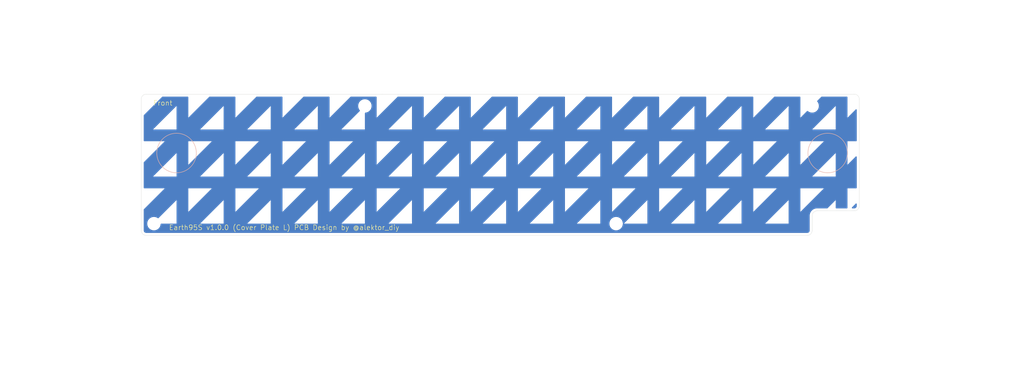
<source format=kicad_pcb>
(kicad_pcb (version 20240108) (generator "pcbnew") (generator_version "8.0")
  (layers (0 "F.Cu" signal) (31 "B.Cu" signal) (34 "B.Paste" user) (35 "F.Paste" user) (36 "B.SilkS" user "B.Silkscreen") (37 "F.SilkS" user "F.Silkscreen") (38 "B.Mask" user) (39 "F.Mask" user) (44 "Edge.Cuts" user))
  (net 0 "")
  (footprint "kbd_Hole:m2_Screw_Hole" (layer "F.Cu") (at 117.5 47.625)
    (property "Reference" "Ref**" (hide yes))
    (property "Value" "Val**" (hide yes))
    (pad "" np_thru_hole circle (at 0 0) (size 2.2 2.2) (drill 2.2) (layers "F&B.Cu" "*.Mask"))
  )
  (footprint "kbd_Hole:m2_Screw_Hole" (layer "F.Cu") (at 157.1625 23.8125)
    (property "Reference" "Ref**" (hide yes))
    (property "Value" "Val**" (hide yes))
    (pad "" np_thru_hole circle (at 0 0) (size 2.2 2.2) (drill 2.2) (layers "F&B.Cu" "*.Mask"))
  )
  (footprint "kbd_Hole:m2_Screw_Hole" (layer "F.Cu") (at 24 47.625)
    (property "Reference" "Ref**" (hide yes))
    (property "Value" "Val**" (hide yes))
    (pad "" np_thru_hole circle (at 0 0) (size 2.2 2.2) (drill 2.2) (layers "*.Cu" "*.Mask"))
  )
  (footprint "kbd_Hole:m2_Screw_Hole" (layer "F.Cu") (at 66.675 23.8125)
    (property "Reference" "Ref**" (hide yes))
    (property "Value" "Val**" (hide yes))
    (pad "" np_thru_hole circle (at 0 0) (size 2.2 2.2) (drill 2.2) (layers "F&B.Cu" "*.Mask"))
  )
  (gr_circle (center 160.30625 33.3375) (end 164.30625 33.3375) (stroke (width 0.1)) (fill none) (layer "B.SilkS"))
  (gr_circle (center 28.575 33.3375) (end 32.575 33.3375) (stroke (width 0.1)) (fill none) (layer "B.SilkS"))
  (gr_line (start 157.1625 46.04375) (end 157.1625 49.00625) (stroke (width 0.05)) (layer "Edge.Cuts"))
  (gr_line (start 166.6875 44.04375) (end 166.6875 22.43125) (stroke (width 0.05)) (layer "Edge.Cuts"))
  (gr_line (start 130.96875 21.43125) (end 165.6875 21.43125) (stroke (width 0.05)) (layer "Edge.Cuts"))
  (gr_arc (start 165.6875 21.43125) (mid 166.394607 21.724143) (end 166.6875 22.43125) (stroke (width 0.05)) (layer "Edge.Cuts"))
  (gr_line (start 70.075 21.43125) (end 22.43125 21.43125) (stroke (width 0.05)) (layer "Edge.Cuts"))
  (gr_arc (start 157.1625 49.00625) (mid 156.869607 49.713357) (end 156.1625 50.00625) (stroke (width 0.05)) (layer "Edge.Cuts"))
  (gr_line (start 22.43125 50.00625) (end 156.1625 50.00625) (stroke (width 0.05)) (layer "Edge.Cuts"))
  (gr_arc (start 22.43125 50.00625) (mid 21.724146 49.713368) (end 21.4313 49.00625) (stroke (width 0.05)) (layer "Edge.Cuts"))
  (gr_line (start 21.43125 22.43125) (end 21.43125 49.00625) (stroke (width 0.05)) (layer "Edge.Cuts"))
  (gr_line (start 130.96875 21.43125) (end 70.075 21.43125) (stroke (width 0.05)) (layer "Edge.Cuts"))
  (gr_arc (start 21.43125 22.43125) (mid 21.724126 21.724111) (end 22.43125 21.4312) (stroke (width 0.05)) (layer "Edge.Cuts"))
  (gr_arc (start 157.1625 46.04375) (mid 157.455393 45.336643) (end 158.1625 45.04375) (stroke (width 0.05)) (layer "Edge.Cuts"))
  (gr_arc (start 166.6875 44.04375) (mid 166.394607 44.750857) (end 165.6875 45.04375) (stroke (width 0.05)) (layer "Edge.Cuts"))
  (gr_line (start 158.1625 45.04375) (end 165.6875 45.04375) (stroke (width 0.05)) (layer "Edge.Cuts"))
  (gr_text "Earth95S v1.0.0 (Cover Plate L) PCB Design by @alektor_diy" (at 27 49 0) (layer "F.SilkS") (effects (font (size 1 1) (thickness 0.1)) (justify left bottom)))
  (gr_text "Front" (at 23.8125 23.8125 0) (layer "F.SilkS") (effects (font (size 1 1) (thickness 0.1)) (justify left bottom)))
  (zone (net 0) (net_name "") (layer "B.Cu") (connect_pads (clearance 0)) (min_thickness 0.25)
    (keepout (tracks allowed) (vias allowed) (pads allowed) (copperpour not_allowed) (footprints allowed))
    (fill (thermal_gap 0.5) (thermal_bridge_width 0.5))
    (polygon (pts (xy 40.48125 69.05625) (xy 40.48125 73.81875) (xy 45.24375 69.05625)))
  )
  (zone (net 0) (net_name "") (layer "B.Cu") (connect_pads (clearance 0)) (min_thickness 0.25)
    (keepout (tracks allowed) (vias allowed) (pads allowed) (copperpour not_allowed) (footprints allowed))
    (fill (thermal_gap 0.5) (thermal_bridge_width 0.5))
    (polygon (pts (xy 147.6375 38.1) (xy 152.4 33.3375) (xy 152.4 38.1)))
  )
  (zone (net 0) (net_name "") (layer "B.Cu") (connect_pads (clearance 0)) (min_thickness 0.25)
    (keepout (tracks allowed) (vias allowed) (pads allowed) (copperpour not_allowed) (footprints allowed))
    (fill (thermal_gap 0.5) (thermal_bridge_width 0.5))
    (polygon (pts (xy -7.14375 40.48125) (xy -7.14375 45.24375) (xy -2.38125 40.48125)))
  )
  (zone (net 0) (net_name "") (layer "B.Cu") (connect_pads (clearance 0)) (min_thickness 0.25)
    (keepout (tracks allowed) (vias allowed) (pads allowed) (copperpour not_allowed) (footprints allowed))
    (fill (thermal_gap 0.5) (thermal_bridge_width 0.5))
    (polygon (pts (xy 69.05625 21.43125) (xy 69.05625 26.19375) (xy 73.81875 21.43125)))
  )
  (zone (net 0) (net_name "") (layer "B.Cu") (connect_pads (clearance 0)) (min_thickness 0.25)
    (keepout (tracks allowed) (vias allowed) (pads allowed) (copperpour not_allowed) (footprints allowed))
    (fill (thermal_gap 0.5) (thermal_bridge_width 0.5))
    (polygon (pts (xy 157.1625 38.1) (xy 161.925 33.3375) (xy 161.925 38.1)))
  )
  (zone (net 0) (net_name "") (layer "B.Cu") (connect_pads (clearance 0)) (min_thickness 0.25)
    (keepout (tracks allowed) (vias allowed) (pads allowed) (copperpour not_allowed) (footprints allowed))
    (fill (thermal_gap 0.5) (thermal_bridge_width 0.5))
    (polygon (pts (xy 109.5375 76.2) (xy 114.3 71.4375) (xy 114.3 76.2)))
  )
  (zone (net 0) (net_name "") (layer "B.Cu") (connect_pads (clearance 0)) (min_thickness 0.25)
    (keepout (tracks allowed) (vias allowed) (pads allowed) (copperpour not_allowed) (footprints allowed))
    (fill (thermal_gap 0.5) (thermal_bridge_width 0.5))
    (polygon (pts (xy 183.35625 69.05625) (xy 183.35625 73.81875) (xy 188.11875 69.05625)))
  )
  (zone (net 0) (net_name "") (layer "B.Cu") (connect_pads (clearance 0)) (min_thickness 0.25)
    (keepout (tracks allowed) (vias allowed) (pads allowed) (copperpour not_allowed) (footprints allowed))
    (fill (thermal_gap 0.5) (thermal_bridge_width 0.5))
    (polygon (pts (xy -7.14375 2.38125) (xy -7.14375 7.14375) (xy -2.38125 2.38125)))
  )
  (zone (net 0) (net_name "") (layer "B.Cu") (connect_pads (clearance 0)) (min_thickness 0.25)
    (keepout (tracks allowed) (vias allowed) (pads allowed) (copperpour not_allowed) (footprints allowed))
    (fill (thermal_gap 0.5) (thermal_bridge_width 0.5))
    (polygon (pts (xy 61.9125 28.575) (xy 66.675 23.8125) (xy 66.675 28.575)))
  )
  (zone (net 0) (net_name "") (layer "B.Cu") (connect_pads (clearance 0)) (min_thickness 0.25)
    (keepout (tracks allowed) (vias allowed) (pads allowed) (copperpour not_allowed) (footprints allowed))
    (fill (thermal_gap 0.5) (thermal_bridge_width 0.5))
    (polygon (pts (xy 97.63125 50.00625) (xy 97.63125 54.76875) (xy 102.39375 50.00625)))
  )
  (zone (net 0) (net_name "") (layer "B.Cu") (connect_pads (clearance 0)) (min_thickness 0.25)
    (keepout (tracks allowed) (vias allowed) (pads allowed) (copperpour not_allowed) (footprints allowed))
    (fill (thermal_gap 0.5) (thermal_bridge_width 0.5))
    (polygon (pts (xy 100.0125 57.15) (xy 104.775 52.3875) (xy 104.775 57.15)))
  )
  (zone (net 0) (net_name "") (layer "B.Cu") (connect_pads (clearance 0)) (min_thickness 0.25)
    (keepout (tracks allowed) (vias allowed) (pads allowed) (copperpour not_allowed) (footprints allowed))
    (fill (thermal_gap 0.5) (thermal_bridge_width 0.5))
    (polygon (pts (xy 21.43125 30.95625) (xy 21.43125 35.71875) (xy 26.19375 30.95625)))
  )
  (zone (net 0) (net_name "") (layer "B.Cu") (connect_pads (clearance 0)) (min_thickness 0.25)
    (keepout (tracks allowed) (vias allowed) (pads allowed) (copperpour not_allowed) (footprints allowed))
    (fill (thermal_gap 0.5) (thermal_bridge_width 0.5))
    (polygon (pts (xy 40.48125 40.48125) (xy 40.48125 45.24375) (xy 45.24375 40.48125)))
  )
  (zone (net 0) (net_name "") (layer "B.Cu") (connect_pads (clearance 0)) (min_thickness 0.25)
    (keepout (tracks allowed) (vias allowed) (pads allowed) (copperpour not_allowed) (footprints allowed))
    (fill (thermal_gap 0.5) (thermal_bridge_width 0.5))
    (polygon (pts (xy 78.58125 50.00625) (xy 78.58125 54.76875) (xy 83.34375 50.00625)))
  )
  (zone (net 0) (net_name "") (layer "B.Cu") (connect_pads (clearance 0)) (min_thickness 0.25)
    (keepout (tracks allowed) (vias allowed) (pads allowed) (copperpour not_allowed) (footprints allowed))
    (fill (thermal_gap 0.5) (thermal_bridge_width 0.5))
    (polygon (pts (xy 166.6875 57.15) (xy 171.45 52.3875) (xy 171.45 57.15)))
  )
  (zone (net 0) (net_name "") (layer "B.Cu") (connect_pads (clearance 0)) (min_thickness 0.25)
    (keepout (tracks allowed) (vias allowed) (pads allowed) (copperpour not_allowed) (footprints allowed))
    (fill (thermal_gap 0.5) (thermal_bridge_width 0.5))
    (polygon (pts (xy 107.15625 21.43125) (xy 107.15625 26.19375) (xy 111.91875 21.43125)))
  )
  (zone (net 0) (net_name "") (layer "B.Cu") (connect_pads (clearance 0)) (min_thickness 0.25)
    (keepout (tracks allowed) (vias allowed) (pads allowed) (copperpour not_allowed) (footprints allowed))
    (fill (thermal_gap 0.5) (thermal_bridge_width 0.5))
    (polygon (pts (xy 90.4875 47.625) (xy 95.25 42.8625) (xy 95.25 47.625)))
  )
  (zone (net 0) (net_name "") (layer "B.Cu") (connect_pads (clearance 0)) (min_thickness 0.25)
    (keepout (tracks allowed) (vias allowed) (pads allowed) (copperpour not_allowed) (footprints allowed))
    (fill (thermal_gap 0.5) (thermal_bridge_width 0.5))
    (polygon (pts (xy 166.6875 66.675) (xy 171.45 61.9125) (xy 171.45 66.675)))
  )
  (zone (net 0) (net_name "") (layer "B.Cu") (connect_pads (clearance 0)) (min_thickness 0.25)
    (keepout (tracks allowed) (vias allowed) (pads allowed) (copperpour not_allowed) (footprints allowed))
    (fill (thermal_gap 0.5) (thermal_bridge_width 0.5))
    (polygon (pts (xy 173.83125 69.05625) (xy 173.83125 73.81875) (xy 178.59375 69.05625)))
  )
  (zone (net 0) (net_name "") (layer "B.Cu") (connect_pads (clearance 0)) (min_thickness 0.25)
    (keepout (tracks allowed) (vias allowed) (pads allowed) (copperpour not_allowed) (footprints allowed))
    (fill (thermal_gap 0.5) (thermal_bridge_width 0.5))
    (polygon (pts (xy 192.88125 21.43125) (xy 192.88125 26.19375) (xy 197.64375 21.43125)))
  )
  (zone (net 0) (net_name "") (layer "B.Cu") (connect_pads (clearance 0)) (min_thickness 0.25)
    (keepout (tracks allowed) (vias allowed) (pads allowed) (copperpour not_allowed) (footprints allowed))
    (fill (thermal_gap 0.5) (thermal_bridge_width 0.5))
    (polygon (pts (xy 192.88125 2.38125) (xy 192.88125 7.14375) (xy 197.64375 2.38125)))
  )
  (zone (net 0) (net_name "") (layer "B.Cu") (connect_pads (clearance 0)) (min_thickness 0.25)
    (keepout (tracks allowed) (vias allowed) (pads allowed) (copperpour not_allowed) (footprints allowed))
    (fill (thermal_gap 0.5) (thermal_bridge_width 0.5))
    (polygon (pts (xy 109.5375 19.05) (xy 114.3 14.2875) (xy 114.3 19.05)))
  )
  (zone (net 0) (net_name "") (layer "B.Cu") (connect_pads (clearance 0)) (min_thickness 0.25)
    (keepout (tracks allowed) (vias allowed) (pads allowed) (copperpour not_allowed) (footprints allowed))
    (fill (thermal_gap 0.5) (thermal_bridge_width 0.5))
    (polygon (pts (xy 71.4375 66.675) (xy 76.2 61.9125) (xy 76.2 66.675)))
  )
  (zone (net 0) (net_name "") (layer "B.Cu") (connect_pads (clearance 0)) (min_thickness 0.25)
    (keepout (tracks allowed) (vias allowed) (pads allowed) (copperpour not_allowed) (footprints allowed))
    (fill (thermal_gap 0.5) (thermal_bridge_width 0.5))
    (polygon (pts (xy 61.9125 38.1) (xy 66.675 33.3375) (xy 66.675 38.1)))
  )
  (zone (net 0) (net_name "") (layer "B.Cu") (connect_pads (clearance 0)) (min_thickness 0.25)
    (keepout (tracks allowed) (vias allowed) (pads allowed) (copperpour not_allowed) (footprints allowed))
    (fill (thermal_gap 0.5) (thermal_bridge_width 0.5))
    (polygon (pts (xy 97.63125 59.53125) (xy 97.63125 64.29375) (xy 102.39375 59.53125)))
  )
  (zone (net 0) (net_name "") (layer "B.Cu") (connect_pads (clearance 0)) (min_thickness 0.25)
    (keepout (tracks allowed) (vias allowed) (pads allowed) (copperpour not_allowed) (footprints allowed))
    (fill (thermal_gap 0.5) (thermal_bridge_width 0.5))
    (polygon (pts (xy 23.8125 38.1) (xy 28.575 33.3375) (xy 28.575 38.1)))
  )
  (zone (net 0) (net_name "") (layer "B.Cu") (connect_pads (clearance 0)) (min_thickness 0.25)
    (keepout (tracks allowed) (vias allowed) (pads allowed) (copperpour not_allowed) (footprints allowed))
    (fill (thermal_gap 0.5) (thermal_bridge_width 0.5))
    (polygon (pts (xy 157.1625 28.575) (xy 161.925 23.8125) (xy 161.925 28.575)))
  )
  (zone (net 0) (net_name "") (layer "B.Cu") (connect_pads (clearance 0)) (min_thickness 0.25)
    (keepout (tracks allowed) (vias allowed) (pads allowed) (copperpour not_allowed) (footprints allowed))
    (fill (thermal_gap 0.5) (thermal_bridge_width 0.5))
    (polygon (pts (xy 21.43125 59.53125) (xy 21.43125 64.29375) (xy 26.19375 59.53125)))
  )
  (zone (net 0) (net_name "") (layer "B.Cu") (connect_pads (clearance 0)) (min_thickness 0.25)
    (keepout (tracks allowed) (vias allowed) (pads allowed) (copperpour not_allowed) (footprints allowed))
    (fill (thermal_gap 0.5) (thermal_bridge_width 0.5))
    (polygon (pts (xy 116.68125 59.53125) (xy 116.68125 64.29375) (xy 121.44375 59.53125)))
  )
  (zone (net 0) (net_name "") (layer "B.Cu") (connect_pads (clearance 0)) (min_thickness 0.25)
    (keepout (tracks allowed) (vias allowed) (pads allowed) (copperpour not_allowed) (footprints allowed))
    (fill (thermal_gap 0.5) (thermal_bridge_width 0.5))
    (polygon (pts (xy 107.15625 30.95625) (xy 107.15625 35.71875) (xy 111.91875 30.95625)))
  )
  (zone (net 0) (net_name "") (layer "B.Cu") (connect_pads (clearance 0)) (min_thickness 0.25)
    (keepout (tracks allowed) (vias allowed) (pads allowed) (copperpour not_allowed) (footprints allowed))
    (fill (thermal_gap 0.5) (thermal_bridge_width 0.5))
    (polygon (pts (xy 33.3375 47.625) (xy 38.1 42.8625) (xy 38.1 47.625)))
  )
  (zone (net 0) (net_name "") (layer "B.Cu") (connect_pads (clearance 0)) (min_thickness 0.25)
    (keepout (tracks allowed) (vias allowed) (pads allowed) (copperpour not_allowed) (footprints allowed))
    (fill (thermal_gap 0.5) (thermal_bridge_width 0.5))
    (polygon (pts (xy 166.6875 38.1) (xy 171.45 33.3375) (xy 171.45 38.1)))
  )
  (zone (net 0) (net_name "") (layer "B.Cu") (connect_pads (clearance 0)) (min_thickness 0.25)
    (keepout (tracks allowed) (vias allowed) (pads allowed) (copperpour not_allowed) (footprints allowed))
    (fill (thermal_gap 0.5) (thermal_bridge_width 0.5))
    (polygon (pts (xy 50.00625 50.00625) (xy 50.00625 54.76875) (xy 54.76875 50.00625)))
  )
  (zone (net 0) (net_name "") (layer "B.Cu") (connect_pads (clearance 0)) (min_thickness 0.25)
    (keepout (tracks allowed) (vias allowed) (pads allowed) (copperpour not_allowed) (footprints allowed))
    (fill (thermal_gap 0.5) (thermal_bridge_width 0.5))
    (polygon (pts (xy 4.7625 57.15) (xy 9.525 52.3875) (xy 9.525 57.15)))
  )
  (zone (net 0) (net_name "") (layer "B.Cu") (connect_pads (clearance 0)) (min_thickness 0.25)
    (keepout (tracks allowed) (vias allowed) (pads allowed) (copperpour not_allowed) (footprints allowed))
    (fill (thermal_gap 0.5) (thermal_bridge_width 0.5))
    (polygon (pts (xy 90.4875 9.525) (xy 95.25 4.7625) (xy 95.25 9.525)))
  )
  (zone (net 0) (net_name "") (layer "B.Cu") (connect_pads (clearance 0)) (min_thickness 0.25)
    (keepout (tracks allowed) (vias allowed) (pads allowed) (copperpour not_allowed) (footprints allowed))
    (fill (thermal_gap 0.5) (thermal_bridge_width 0.5))
    (polygon (pts (xy 59.53125 69.05625) (xy 59.53125 73.81875) (xy 64.29375 69.05625)))
  )
  (zone (net 0) (net_name "") (layer "B.Cu") (connect_pads (clearance 0)) (min_thickness 0.25)
    (keepout (tracks allowed) (vias allowed) (pads allowed) (copperpour not_allowed) (footprints allowed))
    (fill (thermal_gap 0.5) (thermal_bridge_width 0.5))
    (polygon (pts (xy 90.4875 38.1) (xy 95.25 33.3375) (xy 95.25 38.1)))
  )
  (zone (net 0) (net_name "") (layer "B.Cu") (connect_pads (clearance 0)) (min_thickness 0.25)
    (keepout (tracks allowed) (vias allowed) (pads allowed) (copperpour not_allowed) (footprints allowed))
    (fill (thermal_gap 0.5) (thermal_bridge_width 0.5))
    (polygon (pts (xy 145.25625 59.53125) (xy 145.25625 64.29375) (xy 150.01875 59.53125)))
  )
  (zone (net 0) (net_name "") (layer "B.Cu") (connect_pads (clearance 0)) (min_thickness 0.25)
    (keepout (tracks allowed) (vias allowed) (pads allowed) (copperpour not_allowed) (footprints allowed))
    (fill (thermal_gap 0.5) (thermal_bridge_width 0.5))
    (polygon (pts (xy 69.05625 50.00625) (xy 69.05625 54.76875) (xy 73.81875 50.00625)))
  )
  (zone (net 0) (net_name "") (layer "B.Cu") (connect_pads (clearance 0)) (min_thickness 0.25)
    (keepout (tracks allowed) (vias allowed) (pads allowed) (copperpour not_allowed) (footprints allowed))
    (fill (thermal_gap 0.5) (thermal_bridge_width 0.5))
    (polygon (pts (xy 40.48125 2.38125) (xy 40.48125 7.14375) (xy 45.24375 2.38125)))
  )
  (zone (net 0) (net_name "") (layer "B.Cu") (connect_pads (clearance 0)) (min_thickness 0.25)
    (keepout (tracks allowed) (vias allowed) (pads allowed) (copperpour not_allowed) (footprints allowed))
    (fill (thermal_gap 0.5) (thermal_bridge_width 0.5))
    (polygon (pts (xy 33.3375 76.2) (xy 38.1 71.4375) (xy 38.1 76.2)))
  )
  (zone (net 0) (net_name "") (layer "B.Cu") (connect_pads (clearance 0)) (min_thickness 0.25)
    (keepout (tracks allowed) (vias allowed) (pads allowed) (copperpour not_allowed) (footprints allowed))
    (fill (thermal_gap 0.5) (thermal_bridge_width 0.5))
    (polygon (pts (xy 80.9625 38.1) (xy 85.725 33.3375) (xy 85.725 38.1)))
  )
  (zone (net 0) (net_name "") (layer "B.Cu") (connect_pads (clearance 0)) (min_thickness 0.25)
    (keepout (tracks allowed) (vias allowed) (pads allowed) (copperpour not_allowed) (footprints allowed))
    (fill (thermal_gap 0.5) (thermal_bridge_width 0.5))
    (polygon (pts (xy -4.7625 28.575) (xy 0 23.8125) (xy 0 28.575)))
  )
  (zone (net 0) (net_name "") (layer "B.Cu") (connect_pads (clearance 0)) (min_thickness 0.25)
    (keepout (tracks allowed) (vias allowed) (pads allowed) (copperpour not_allowed) (footprints allowed))
    (fill (thermal_gap 0.5) (thermal_bridge_width 0.5))
    (polygon (pts (xy 157.1625 76.2) (xy 161.925 71.4375) (xy 161.925 76.2)))
  )
  (zone (net 0) (net_name "") (layer "B.Cu") (connect_pads (clearance 0)) (min_thickness 0.25)
    (keepout (tracks allowed) (vias allowed) (pads allowed) (copperpour not_allowed) (footprints allowed))
    (fill (thermal_gap 0.5) (thermal_bridge_width 0.5))
    (polygon (pts (xy 107.15625 40.48125) (xy 107.15625 45.24375) (xy 111.91875 40.48125)))
  )
  (zone (net 0) (net_name "") (layer "B.Cu") (connect_pads (clearance 0)) (min_thickness 0.25)
    (keepout (tracks allowed) (vias allowed) (pads allowed) (copperpour not_allowed) (footprints allowed))
    (fill (thermal_gap 0.5) (thermal_bridge_width 0.5))
    (polygon (pts (xy 138.1125 57.15) (xy 142.875 52.3875) (xy 142.875 57.15)))
  )
  (zone (net 0) (net_name "") (layer "B.Cu") (connect_pads (clearance 0)) (min_thickness 0.25)
    (keepout (tracks allowed) (vias allowed) (pads allowed) (copperpour not_allowed) (footprints allowed))
    (fill (thermal_gap 0.5) (thermal_bridge_width 0.5))
    (polygon (pts (xy 147.6375 19.05) (xy 152.4 14.2875) (xy 152.4 19.05)))
  )
  (zone (net 0) (net_name "") (layer "B.Cu") (connect_pads (clearance 0)) (min_thickness 0.25)
    (keepout (tracks allowed) (vias allowed) (pads allowed) (copperpour not_allowed) (footprints allowed))
    (fill (thermal_gap 0.5) (thermal_bridge_width 0.5))
    (polygon (pts (xy 80.9625 76.2) (xy 85.725 71.4375) (xy 85.725 76.2)))
  )
  (zone (net 0) (net_name "") (layer "B.Cu") (connect_pads (clearance 0)) (min_thickness 0.25)
    (keepout (tracks allowed) (vias allowed) (pads allowed) (copperpour not_allowed) (footprints allowed))
    (fill (thermal_gap 0.5) (thermal_bridge_width 0.5))
    (polygon (pts (xy 11.90625 11.90625) (xy 11.90625 16.66875) (xy 16.66875 11.90625)))
  )
  (zone (net 0) (net_name "") (layer "B.Cu") (connect_pads (clearance 0)) (min_thickness 0.25)
    (keepout (tracks allowed) (vias allowed) (pads allowed) (copperpour not_allowed) (footprints allowed))
    (fill (thermal_gap 0.5) (thermal_bridge_width 0.5))
    (polygon (pts (xy 126.20625 11.90625) (xy 126.20625 16.66875) (xy 130.96875 11.90625)))
  )
  (zone (net 0) (net_name "") (layer "B.Cu") (connect_pads (clearance 0)) (min_thickness 0.25)
    (keepout (tracks allowed) (vias allowed) (pads allowed) (copperpour not_allowed) (footprints allowed))
    (fill (thermal_gap 0.5) (thermal_bridge_width 0.5))
    (polygon (pts (xy 52.3875 66.675) (xy 57.15 61.9125) (xy 57.15 66.675)))
  )
  (zone (net 0) (net_name "") (layer "B.Cu") (connect_pads (clearance 0)) (min_thickness 0.25)
    (keepout (tracks allowed) (vias allowed) (pads allowed) (copperpour not_allowed) (footprints allowed))
    (fill (thermal_gap 0.5) (thermal_bridge_width 0.5))
    (polygon (pts (xy 97.63125 40.48125) (xy 97.63125 45.24375) (xy 102.39375 40.48125)))
  )
  (zone (net 0) (net_name "") (layer "B.Cu") (connect_pads (clearance 0)) (min_thickness 0.25)
    (keepout (tracks allowed) (vias allowed) (pads allowed) (copperpour not_allowed) (footprints allowed))
    (fill (thermal_gap 0.5) (thermal_bridge_width 0.5))
    (polygon (pts (xy 71.4375 38.1) (xy 76.2 33.3375) (xy 76.2 38.1)))
  )
  (zone (net 0) (net_name "") (layer "B.Cu") (connect_pads (clearance 0)) (min_thickness 0.25)
    (keepout (tracks allowed) (vias allowed) (pads allowed) (copperpour not_allowed) (footprints allowed))
    (fill (thermal_gap 0.5) (thermal_bridge_width 0.5))
    (polygon (pts (xy -7.14375 30.95625) (xy -7.14375 35.71875) (xy -2.38125 30.95625)))
  )
  (zone (net 0) (net_name "") (layer "B.Cu") (connect_pads (clearance 0)) (min_thickness 0.25)
    (keepout (tracks allowed) (vias allowed) (pads allowed) (copperpour not_allowed) (footprints allowed))
    (fill (thermal_gap 0.5) (thermal_bridge_width 0.5))
    (polygon (pts (xy 40.48125 50.00625) (xy 40.48125 54.76875) (xy 45.24375 50.00625)))
  )
  (zone (net 0) (net_name "") (layer "B.Cu") (connect_pads (clearance 0)) (min_thickness 0.25)
    (keepout (tracks allowed) (vias allowed) (pads allowed) (copperpour not_allowed) (footprints allowed))
    (fill (thermal_gap 0.5) (thermal_bridge_width 0.5))
    (polygon (pts (xy 30.95625 2.38125) (xy 30.95625 7.14375) (xy 35.71875 2.38125)))
  )
  (zone (net 0) (net_name "") (layer "B.Cu") (connect_pads (clearance 0)) (min_thickness 0.25)
    (keepout (tracks allowed) (vias allowed) (pads allowed) (copperpour not_allowed) (footprints allowed))
    (fill (thermal_gap 0.5) (thermal_bridge_width 0.5))
    (polygon (pts (xy 33.3375 66.675) (xy 38.1 61.9125) (xy 38.1 66.675)))
  )
  (zone (net 0) (net_name "") (layer "B.Cu") (connect_pads (clearance 0)) (min_thickness 0.25)
    (keepout (tracks allowed) (vias allowed) (pads allowed) (copperpour not_allowed) (footprints allowed))
    (fill (thermal_gap 0.5) (thermal_bridge_width 0.5))
    (polygon (pts (xy 109.5375 9.525) (xy 114.3 4.7625) (xy 114.3 9.525)))
  )
  (zone (net 0) (net_name "") (layer "B.Cu") (connect_pads (clearance 0)) (min_thickness 0.25)
    (keepout (tracks allowed) (vias allowed) (pads allowed) (copperpour not_allowed) (footprints allowed))
    (fill (thermal_gap 0.5) (thermal_bridge_width 0.5))
    (polygon (pts (xy -7.14375 59.53125) (xy -7.14375 64.29375) (xy -2.38125 59.53125)))
  )
  (zone (net 0) (net_name "") (layer "B.Cu") (connect_pads (clearance 0)) (min_thickness 0.25)
    (keepout (tracks allowed) (vias allowed) (pads allowed) (copperpour not_allowed) (footprints allowed))
    (fill (thermal_gap 0.5) (thermal_bridge_width 0.5))
    (polygon (pts (xy 100.0125 28.575) (xy 104.775 23.8125) (xy 104.775 28.575)))
  )
  (zone (net 0) (net_name "") (layer "B.Cu") (connect_pads (clearance 0)) (min_thickness 0.25)
    (keepout (tracks allowed) (vias allowed) (pads allowed) (copperpour not_allowed) (footprints allowed))
    (fill (thermal_gap 0.5) (thermal_bridge_width 0.5))
    (polygon (pts (xy 109.5375 57.15) (xy 114.3 52.3875) (xy 114.3 57.15)))
  )
  (zone (net 0) (net_name "") (layer "B.Cu") (connect_pads (clearance 0)) (min_thickness 0.25)
    (keepout (tracks allowed) (vias allowed) (pads allowed) (copperpour not_allowed) (footprints allowed))
    (fill (thermal_gap 0.5) (thermal_bridge_width 0.5))
    (polygon (pts (xy 4.7625 19.05) (xy 9.525 14.2875) (xy 9.525 19.05)))
  )
  (zone (net 0) (net_name "") (layer "B.Cu") (connect_pads (clearance 0)) (min_thickness 0.25)
    (keepout (tracks allowed) (vias allowed) (pads allowed) (copperpour not_allowed) (footprints allowed))
    (fill (thermal_gap 0.5) (thermal_bridge_width 0.5))
    (polygon (pts (xy 145.25625 21.43125) (xy 145.25625 26.19375) (xy 150.01875 21.43125)))
  )
  (zone (net 0) (net_name "") (layer "B.Cu") (connect_pads (clearance 0)) (min_thickness 0.25)
    (keepout (tracks allowed) (vias allowed) (pads allowed) (copperpour not_allowed) (footprints allowed))
    (fill (thermal_gap 0.5) (thermal_bridge_width 0.5))
    (polygon (pts (xy -7.14375 50.00625) (xy -7.14375 54.76875) (xy -2.38125 50.00625)))
  )
  (zone (net 0) (net_name "") (layer "B.Cu") (connect_pads (clearance 0)) (min_thickness 0.25)
    (keepout (tracks allowed) (vias allowed) (pads allowed) (copperpour not_allowed) (footprints allowed))
    (fill (thermal_gap 0.5) (thermal_bridge_width 0.5))
    (polygon (pts (xy 90.4875 76.2) (xy 95.25 71.4375) (xy 95.25 76.2)))
  )
  (zone (net 0) (net_name "") (layer "B.Cu") (connect_pads (clearance 0)) (min_thickness 0.25)
    (keepout (tracks allowed) (vias allowed) (pads allowed) (copperpour not_allowed) (footprints allowed))
    (fill (thermal_gap 0.5) (thermal_bridge_width 0.5))
    (polygon (pts (xy -7.14375 69.05625) (xy -7.14375 73.81875) (xy -2.38125 69.05625)))
  )
  (zone (net 0) (net_name "") (layer "B.Cu") (connect_pads (clearance 0)) (min_thickness 0.25)
    (keepout (tracks allowed) (vias allowed) (pads allowed) (copperpour not_allowed) (footprints allowed))
    (fill (thermal_gap 0.5) (thermal_bridge_width 0.5))
    (polygon (pts (xy 33.3375 19.05) (xy 38.1 14.2875) (xy 38.1 19.05)))
  )
  (zone (net 0) (net_name "") (layer "B.Cu") (connect_pads (clearance 0)) (min_thickness 0.25)
    (keepout (tracks allowed) (vias allowed) (pads allowed) (copperpour not_allowed) (footprints allowed))
    (fill (thermal_gap 0.5) (thermal_bridge_width 0.5))
    (polygon (pts (xy 166.6875 19.05) (xy 171.45 14.2875) (xy 171.45 19.05)))
  )
  (zone (net 0) (net_name "") (layer "B.Cu") (connect_pads (clearance 0)) (min_thickness 0.25)
    (keepout (tracks allowed) (vias allowed) (pads allowed) (copperpour not_allowed) (footprints allowed))
    (fill (thermal_gap 0.5) (thermal_bridge_width 0.5))
    (polygon (pts (xy 71.4375 76.2) (xy 76.2 71.4375) (xy 76.2 76.2)))
  )
  (zone (net 0) (net_name "") (layer "B.Cu") (connect_pads (clearance 0)) (min_thickness 0.25)
    (keepout (tracks allowed) (vias allowed) (pads allowed) (copperpour not_allowed) (footprints allowed))
    (fill (thermal_gap 0.5) (thermal_bridge_width 0.5))
    (polygon (pts (xy 176.2125 38.1) (xy 180.975 33.3375) (xy 180.975 38.1)))
  )
  (zone (net 0) (net_name "") (layer "B.Cu") (connect_pads (clearance 0)) (min_thickness 0.25)
    (keepout (tracks allowed) (vias allowed) (pads allowed) (copperpour not_allowed) (footprints allowed))
    (fill (thermal_gap 0.5) (thermal_bridge_width 0.5))
    (polygon (pts (xy 78.58125 30.95625) (xy 78.58125 35.71875) (xy 83.34375 30.95625)))
  )
  (zone (net 0) (net_name "") (layer "B.Cu") (connect_pads (clearance 0)) (min_thickness 0.25)
    (keepout (tracks allowed) (vias allowed) (pads allowed) (copperpour not_allowed) (footprints allowed))
    (fill (thermal_gap 0.5) (thermal_bridge_width 0.5))
    (polygon (pts (xy 154.78125 11.90625) (xy 154.78125 16.66875) (xy 159.54375 11.90625)))
  )
  (zone (net 0) (net_name "") (layer "B.Cu") (connect_pads (clearance 0)) (min_thickness 0.25)
    (keepout (tracks allowed) (vias allowed) (pads allowed) (copperpour not_allowed) (footprints allowed))
    (fill (thermal_gap 0.5) (thermal_bridge_width 0.5))
    (polygon (pts (xy 173.83125 21.43125) (xy 173.83125 26.19375) (xy 178.59375 21.43125)))
  )
  (zone (net 0) (net_name "") (layer "B.Cu") (connect_pads (clearance 0)) (min_thickness 0.25)
    (keepout (tracks allowed) (vias allowed) (pads allowed) (copperpour not_allowed) (footprints allowed))
    (fill (thermal_gap 0.5) (thermal_bridge_width 0.5))
    (polygon (pts (xy 126.20625 40.48125) (xy 126.20625 45.24375) (xy 130.96875 40.48125)))
  )
  (zone (net 0) (net_name "") (layer "B.Cu") (connect_pads (clearance 0)) (min_thickness 0.25)
    (keepout (tracks allowed) (vias allowed) (pads allowed) (copperpour not_allowed) (footprints allowed))
    (fill (thermal_gap 0.5) (thermal_bridge_width 0.5))
    (polygon (pts (xy 21.43125 11.90625) (xy 21.43125 16.66875) (xy 26.19375 11.90625)))
  )
  (zone (net 0) (net_name "") (layer "B.Cu") (connect_pads (clearance 0)) (min_thickness 0.25)
    (keepout (tracks allowed) (vias allowed) (pads allowed) (copperpour not_allowed) (footprints allowed))
    (fill (thermal_gap 0.5) (thermal_bridge_width 0.5))
    (polygon (pts (xy 164.30625 59.53125) (xy 164.30625 64.29375) (xy 169.06875 59.53125)))
  )
  (zone (net 0) (net_name "") (layer "B.Cu") (connect_pads (clearance 0)) (min_thickness 0.25)
    (keepout (tracks allowed) (vias allowed) (pads allowed) (copperpour not_allowed) (footprints allowed))
    (fill (thermal_gap 0.5) (thermal_bridge_width 0.5))
    (polygon (pts (xy 21.43125 40.48125) (xy 21.43125 45.24375) (xy 26.19375 40.48125)))
  )
  (zone (net 0) (net_name "") (layer "B.Cu") (connect_pads (clearance 0)) (min_thickness 0.25)
    (keepout (tracks allowed) (vias allowed) (pads allowed) (copperpour not_allowed) (footprints allowed))
    (fill (thermal_gap 0.5) (thermal_bridge_width 0.5))
    (polygon (pts (xy 71.4375 28.575) (xy 76.2 23.8125) (xy 76.2 28.575)))
  )
  (zone (net 0) (net_name "") (layer "B.Cu") (connect_pads (clearance 0)) (min_thickness 0.25)
    (keepout (tracks allowed) (vias allowed) (pads allowed) (copperpour not_allowed) (footprints allowed))
    (fill (thermal_gap 0.5) (thermal_bridge_width 0.5))
    (polygon (pts (xy 14.2875 19.05) (xy 19.05 14.2875) (xy 19.05 19.05)))
  )
  (zone (net 0) (net_name "") (layer "B.Cu") (connect_pads (clearance 0)) (min_thickness 0.25)
    (keepout (tracks allowed) (vias allowed) (pads allowed) (copperpour not_allowed) (footprints allowed))
    (fill (thermal_gap 0.5) (thermal_bridge_width 0.5))
    (polygon (pts (xy 42.8625 47.625) (xy 47.625 42.8625) (xy 47.625 47.625)))
  )
  (zone (net 0) (net_name "") (layer "B.Cu") (connect_pads (clearance 0)) (min_thickness 0.25)
    (keepout (tracks allowed) (vias allowed) (pads allowed) (copperpour not_allowed) (footprints allowed))
    (fill (thermal_gap 0.5) (thermal_bridge_width 0.5))
    (polygon (pts (xy 176.2125 19.05) (xy 180.975 14.2875) (xy 180.975 19.05)))
  )
  (zone (net 0) (net_name "") (layer "B.Cu") (connect_pads (clearance 0)) (min_thickness 0.25)
    (keepout (tracks allowed) (vias allowed) (pads allowed) (copperpour not_allowed) (footprints allowed))
    (fill (thermal_gap 0.5) (thermal_bridge_width 0.5))
    (polygon (pts (xy 109.5375 38.1) (xy 114.3 33.3375) (xy 114.3 38.1)))
  )
  (zone (net 0) (net_name "") (layer "B.Cu") (connect_pads (clearance 0)) (min_thickness 0.25)
    (keepout (tracks allowed) (vias allowed) (pads allowed) (copperpour not_allowed) (footprints allowed))
    (fill (thermal_gap 0.5) (thermal_bridge_width 0.5))
    (polygon (pts (xy 23.8125 76.2) (xy 28.575 71.4375) (xy 28.575 76.2)))
  )
  (zone (net 0) (net_name "") (layer "B.Cu") (connect_pads (clearance 0)) (min_thickness 0.25)
    (keepout (tracks allowed) (vias allowed) (pads allowed) (copperpour not_allowed) (footprints allowed))
    (fill (thermal_gap 0.5) (thermal_bridge_width 0.5))
    (polygon (pts (xy 42.8625 9.525) (xy 47.625 4.7625) (xy 47.625 9.525)))
  )
  (zone (net 0) (net_name "") (layer "B.Cu") (connect_pads (clearance 0)) (min_thickness 0.25)
    (keepout (tracks allowed) (vias allowed) (pads allowed) (copperpour not_allowed) (footprints allowed))
    (fill (thermal_gap 0.5) (thermal_bridge_width 0.5))
    (polygon (pts (xy 135.73125 40.48125) (xy 135.73125 45.24375) (xy 140.49375 40.48125)))
  )
  (zone (net 0) (net_name "") (layer "B.Cu") (connect_pads (clearance 0)) (min_thickness 0.25)
    (keepout (tracks allowed) (vias allowed) (pads allowed) (copperpour not_allowed) (footprints allowed))
    (fill (thermal_gap 0.5) (thermal_bridge_width 0.5))
    (polygon (pts (xy 128.5875 76.2) (xy 133.35 71.4375) (xy 133.35 76.2)))
  )
  (zone (net 0) (net_name "") (layer "B.Cu") (connect_pads (clearance 0)) (min_thickness 0.25)
    (keepout (tracks allowed) (vias allowed) (pads allowed) (copperpour not_allowed) (footprints allowed))
    (fill (thermal_gap 0.5) (thermal_bridge_width 0.5))
    (polygon (pts (xy 69.05625 11.90625) (xy 69.05625 16.66875) (xy 73.81875 11.90625)))
  )
  (zone (net 0) (net_name "") (layer "B.Cu") (connect_pads (clearance 0)) (min_thickness 0.25)
    (keepout (tracks allowed) (vias allowed) (pads allowed) (copperpour not_allowed) (footprints allowed))
    (fill (thermal_gap 0.5) (thermal_bridge_width 0.5))
    (polygon (pts (xy 145.25625 40.48125) (xy 145.25625 45.24375) (xy 150.01875 40.48125)))
  )
  (zone (net 0) (net_name "") (layer "B.Cu") (connect_pads (clearance 0)) (min_thickness 0.25)
    (keepout (tracks allowed) (vias allowed) (pads allowed) (copperpour not_allowed) (footprints allowed))
    (fill (thermal_gap 0.5) (thermal_bridge_width 0.5))
    (polygon (pts (xy 116.68125 69.05625) (xy 116.68125 73.81875) (xy 121.44375 69.05625)))
  )
  (zone (net 0) (net_name "") (layer "B.Cu") (connect_pads (clearance 0)) (min_thickness 0.25)
    (keepout (tracks allowed) (vias allowed) (pads allowed) (copperpour not_allowed) (footprints allowed))
    (fill (thermal_gap 0.5) (thermal_bridge_width 0.5))
    (polygon (pts (xy 119.0625 66.675) (xy 123.825 61.9125) (xy 123.825 66.675)))
  )
  (zone (net 0) (net_name "") (layer "B.Cu") (connect_pads (clearance 0)) (min_thickness 0.25)
    (keepout (tracks allowed) (vias allowed) (pads allowed) (copperpour not_allowed) (footprints allowed))
    (fill (thermal_gap 0.5) (thermal_bridge_width 0.5))
    (polygon (pts (xy 119.0625 47.625) (xy 123.825 42.8625) (xy 123.825 47.625)))
  )
  (zone (net 0) (net_name "") (layer "B.Cu") (connect_pads (clearance 0)) (min_thickness 0.25)
    (keepout (tracks allowed) (vias allowed) (pads allowed) (copperpour not_allowed) (footprints allowed))
    (fill (thermal_gap 0.5) (thermal_bridge_width 0.5))
    (polygon (pts (xy 21.43125 21.43125) (xy 21.43125 26.19375) (xy 26.19375 21.43125)))
  )
  (zone (net 0) (net_name "") (layer "B.Cu") (connect_pads (clearance 0)) (min_thickness 0.25)
    (keepout (tracks allowed) (vias allowed) (pads allowed) (copperpour not_allowed) (footprints allowed))
    (fill (thermal_gap 0.5) (thermal_bridge_width 0.5))
    (polygon (pts (xy 100.0125 76.2) (xy 104.775 71.4375) (xy 104.775 76.2)))
  )
  (zone (net 0) (net_name "") (layer "B.Cu") (connect_pads (clearance 0)) (min_thickness 0.25)
    (keepout (tracks allowed) (vias allowed) (pads allowed) (copperpour not_allowed) (footprints allowed))
    (fill (thermal_gap 0.5) (thermal_bridge_width 0.5))
    (polygon (pts (xy 138.1125 19.05) (xy 142.875 14.2875) (xy 142.875 19.05)))
  )
  (zone (net 0) (net_name "") (layer "B.Cu") (connect_pads (clearance 0)) (min_thickness 0.25)
    (keepout (tracks allowed) (vias allowed) (pads allowed) (copperpour not_allowed) (footprints allowed))
    (fill (thermal_gap 0.5) (thermal_bridge_width 0.5))
    (polygon (pts (xy 116.68125 30.95625) (xy 116.68125 35.71875) (xy 121.44375 30.95625)))
  )
  (zone (net 0) (net_name "") (layer "B.Cu") (connect_pads (clearance 0)) (min_thickness 0.25)
    (keepout (tracks allowed) (vias allowed) (pads allowed) (copperpour not_allowed) (footprints allowed))
    (fill (thermal_gap 0.5) (thermal_bridge_width 0.5))
    (polygon (pts (xy 4.7625 28.575) (xy 9.525 23.8125) (xy 9.525 28.575)))
  )
  (zone (net 0) (net_name "") (layer "B.Cu") (connect_pads (clearance 0)) (min_thickness 0.25)
    (keepout (tracks allowed) (vias allowed) (pads allowed) (copperpour not_allowed) (footprints allowed))
    (fill (thermal_gap 0.5) (thermal_bridge_width 0.5))
    (polygon (pts (xy 100.0125 9.525) (xy 104.775 4.7625) (xy 104.775 9.525)))
  )
  (zone (net 0) (net_name "") (layer "B.Cu") (connect_pads (clearance 0)) (min_thickness 0.25)
    (keepout (tracks allowed) (vias allowed) (pads allowed) (copperpour not_allowed) (footprints allowed))
    (fill (thermal_gap 0.5) (thermal_bridge_width 0.5))
    (polygon (pts (xy 138.1125 38.1) (xy 142.875 33.3375) (xy 142.875 38.1)))
  )
  (zone (net 0) (net_name "") (layer "B.Cu") (connect_pads (clearance 0)) (min_thickness 0.25)
    (keepout (tracks allowed) (vias allowed) (pads allowed) (copperpour not_allowed) (footprints allowed))
    (fill (thermal_gap 0.5) (thermal_bridge_width 0.5))
    (polygon (pts (xy 173.83125 30.95625) (xy 173.83125 35.71875) (xy 178.59375 30.95625)))
  )
  (zone (net 0) (net_name "") (layer "B.Cu") (connect_pads (clearance 0)) (min_thickness 0.25)
    (keepout (tracks allowed) (vias allowed) (pads allowed) (copperpour not_allowed) (footprints allowed))
    (fill (thermal_gap 0.5) (thermal_bridge_width 0.5))
    (polygon (pts (xy 185.7375 9.525) (xy 190.5 4.7625) (xy 190.5 9.525)))
  )
  (zone (net 0) (net_name "") (layer "B.Cu") (connect_pads (clearance 0)) (min_thickness 0.25)
    (keepout (tracks allowed) (vias allowed) (pads allowed) (copperpour not_allowed) (footprints allowed))
    (fill (thermal_gap 0.5) (thermal_bridge_width 0.5))
    (polygon (pts (xy 30.95625 50.00625) (xy 30.95625 54.76875) (xy 35.71875 50.00625)))
  )
  (zone (net 0) (net_name "") (layer "B.Cu") (connect_pads (clearance 0)) (min_thickness 0.25)
    (keepout (tracks allowed) (vias allowed) (pads allowed) (copperpour not_allowed) (footprints allowed))
    (fill (thermal_gap 0.5) (thermal_bridge_width 0.5))
    (polygon (pts (xy 2.38125 50.00625) (xy 2.38125 54.76875) (xy 7.14375 50.00625)))
  )
  (zone (net 0) (net_name "") (layer "B.Cu") (connect_pads (clearance 0)) (min_thickness 0.25)
    (keepout (tracks allowed) (vias allowed) (pads allowed) (copperpour not_allowed) (footprints allowed))
    (fill (thermal_gap 0.5) (thermal_bridge_width 0.5))
    (polygon (pts (xy 119.0625 9.525) (xy 123.825 4.7625) (xy 123.825 9.525)))
  )
  (zone (net 0) (net_name "") (layer "B.Cu") (connect_pads (clearance 0)) (min_thickness 0.25)
    (keepout (tracks allowed) (vias allowed) (pads allowed) (copperpour not_allowed) (footprints allowed))
    (fill (thermal_gap 0.5) (thermal_bridge_width 0.5))
    (polygon (pts (xy 90.4875 19.05) (xy 95.25 14.2875) (xy 95.25 19.05)))
  )
  (zone (net 0) (net_name "") (layer "B.Cu") (connect_pads (clearance 0)) (min_thickness 0.25)
    (keepout (tracks allowed) (vias allowed) (pads allowed) (copperpour not_allowed) (footprints allowed))
    (fill (thermal_gap 0.5) (thermal_bridge_width 0.5))
    (polygon (pts (xy 50.00625 21.43125) (xy 50.00625 26.19375) (xy 54.76875 21.43125)))
  )
  (zone (net 0) (net_name "") (layer "B.Cu") (connect_pads (clearance 0)) (min_thickness 0.25)
    (keepout (tracks allowed) (vias allowed) (pads allowed) (copperpour not_allowed) (footprints allowed))
    (fill (thermal_gap 0.5) (thermal_bridge_width 0.5))
    (polygon (pts (xy 164.30625 11.90625) (xy 164.30625 16.66875) (xy 169.06875 11.90625)))
  )
  (zone (net 0) (net_name "") (layer "B.Cu") (connect_pads (clearance 0)) (min_thickness 0.25)
    (keepout (tracks allowed) (vias allowed) (pads allowed) (copperpour not_allowed) (footprints allowed))
    (fill (thermal_gap 0.5) (thermal_bridge_width 0.5))
    (polygon (pts (xy 138.1125 66.675) (xy 142.875 61.9125) (xy 142.875 66.675)))
  )
  (zone (net 0) (net_name "") (layer "B.Cu") (connect_pads (clearance 0)) (min_thickness 0.25)
    (keepout (tracks allowed) (vias allowed) (pads allowed) (copperpour not_allowed) (footprints allowed))
    (fill (thermal_gap 0.5) (thermal_bridge_width 0.5))
    (polygon (pts (xy 154.78125 59.53125) (xy 154.78125 64.29375) (xy 159.54375 59.53125)))
  )
  (zone (net 0) (net_name "") (layer "B.Cu") (connect_pads (clearance 0)) (min_thickness 0.25)
    (keepout (tracks allowed) (vias allowed) (pads allowed) (copperpour not_allowed) (footprints allowed))
    (fill (thermal_gap 0.5) (thermal_bridge_width 0.5))
    (polygon (pts (xy 50.00625 2.38125) (xy 50.00625 7.14375) (xy 54.76875 2.38125)))
  )
  (zone (net 0) (net_name "") (layer "B.Cu") (connect_pads (clearance 0)) (min_thickness 0.25)
    (keepout (tracks allowed) (vias allowed) (pads allowed) (copperpour not_allowed) (footprints allowed))
    (fill (thermal_gap 0.5) (thermal_bridge_width 0.5))
    (polygon (pts (xy 176.2125 47.625) (xy 180.975 42.8625) (xy 180.975 47.625)))
  )
  (zone (net 0) (net_name "") (layer "B.Cu") (connect_pads (clearance 0)) (min_thickness 0.25)
    (keepout (tracks allowed) (vias allowed) (pads allowed) (copperpour not_allowed) (footprints allowed))
    (fill (thermal_gap 0.5) (thermal_bridge_width 0.5))
    (polygon (pts (xy 23.8125 9.525) (xy 28.575 4.7625) (xy 28.575 9.525)))
  )
  (zone (net 0) (net_name "") (layer "B.Cu") (connect_pads (clearance 0)) (min_thickness 0.25)
    (keepout (tracks allowed) (vias allowed) (pads allowed) (copperpour not_allowed) (footprints allowed))
    (fill (thermal_gap 0.5) (thermal_bridge_width 0.5))
    (polygon (pts (xy 164.30625 50.00625) (xy 164.30625 54.76875) (xy 169.06875 50.00625)))
  )
  (zone (net 0) (net_name "") (layer "B.Cu") (connect_pads (clearance 0)) (min_thickness 0.25)
    (keepout (tracks allowed) (vias allowed) (pads allowed) (copperpour not_allowed) (footprints allowed))
    (fill (thermal_gap 0.5) (thermal_bridge_width 0.5))
    (polygon (pts (xy 138.1125 9.525) (xy 142.875 4.7625) (xy 142.875 9.525)))
  )
  (zone (net 0) (net_name "") (layer "B.Cu") (connect_pads (clearance 0)) (min_thickness 0.25)
    (keepout (tracks allowed) (vias allowed) (pads allowed) (copperpour not_allowed) (footprints allowed))
    (fill (thermal_gap 0.5) (thermal_bridge_width 0.5))
    (polygon (pts (xy 183.35625 21.43125) (xy 183.35625 26.19375) (xy 188.11875 21.43125)))
  )
  (zone (net 0) (net_name "") (layer "B.Cu") (connect_pads (clearance 0)) (min_thickness 0.25)
    (keepout (tracks allowed) (vias allowed) (pads allowed) (copperpour not_allowed) (footprints allowed))
    (fill (thermal_gap 0.5) (thermal_bridge_width 0.5))
    (polygon (pts (xy 14.2875 9.525) (xy 19.05 4.7625) (xy 19.05 9.525)))
  )
  (zone (net 0) (net_name "") (layer "B.Cu") (connect_pads (clearance 0)) (min_thickness 0.25)
    (keepout (tracks allowed) (vias allowed) (pads allowed) (copperpour not_allowed) (footprints allowed))
    (fill (thermal_gap 0.5) (thermal_bridge_width 0.5))
    (polygon (pts (xy 145.25625 30.95625) (xy 145.25625 35.71875) (xy 150.01875 30.95625)))
  )
  (zone (net 0) (net_name "") (layer "B.Cu") (connect_pads (clearance 0)) (min_thickness 0.25)
    (keepout (tracks allowed) (vias allowed) (pads allowed) (copperpour not_allowed) (footprints allowed))
    (fill (thermal_gap 0.5) (thermal_bridge_width 0.5))
    (polygon (pts (xy 138.1125 76.2) (xy 142.875 71.4375) (xy 142.875 76.2)))
  )
  (zone (net 0) (net_name "") (layer "B.Cu") (connect_pads (clearance 0)) (min_thickness 0.25)
    (keepout (tracks allowed) (vias allowed) (pads allowed) (copperpour not_allowed) (footprints allowed))
    (fill (thermal_gap 0.5) (thermal_bridge_width 0.5))
    (polygon (pts (xy 164.30625 69.05625) (xy 164.30625 73.81875) (xy 169.06875 69.05625)))
  )
  (zone (net 0) (net_name "") (layer "B.Cu") (connect_pads (clearance 0)) (min_thickness 0.25)
    (keepout (tracks allowed) (vias allowed) (pads allowed) (copperpour not_allowed) (footprints allowed))
    (fill (thermal_gap 0.5) (thermal_bridge_width 0.5))
    (polygon (pts (xy 154.78125 40.48125) (xy 154.78125 45.24375) (xy 159.54375 40.48125)))
  )
  (zone (net 0) (net_name "") (layer "B.Cu") (connect_pads (clearance 0)) (min_thickness 0.25)
    (keepout (tracks allowed) (vias allowed) (pads allowed) (copperpour not_allowed) (footprints allowed))
    (fill (thermal_gap 0.5) (thermal_bridge_width 0.5))
    (polygon (pts (xy 157.1625 9.525) (xy 161.925 4.7625) (xy 161.925 9.525)))
  )
  (zone (net 0) (net_name "") (layer "B.Cu") (connect_pads (clearance 0)) (min_thickness 0.25)
    (keepout (tracks allowed) (vias allowed) (pads allowed) (copperpour not_allowed) (footprints allowed))
    (fill (thermal_gap 0.5) (thermal_bridge_width 0.5))
    (polygon (pts (xy 135.73125 21.43125) (xy 135.73125 26.19375) (xy 140.49375 21.43125)))
  )
  (zone (net 0) (net_name "") (layer "B.Cu") (connect_pads (clearance 0)) (min_thickness 0.25)
    (keepout (tracks allowed) (vias allowed) (pads allowed) (copperpour not_allowed) (footprints allowed))
    (fill (thermal_gap 0.5) (thermal_bridge_width 0.5))
    (polygon (pts (xy 135.73125 2.38125) (xy 135.73125 7.14375) (xy 140.49375 2.38125)))
  )
  (zone (net 0) (net_name "") (layer "B.Cu") (connect_pads (clearance 0)) (min_thickness 0.25)
    (keepout (tracks allowed) (vias allowed) (pads allowed) (copperpour not_allowed) (footprints allowed))
    (fill (thermal_gap 0.5) (thermal_bridge_width 0.5))
    (polygon (pts (xy 109.5375 66.675) (xy 114.3 61.9125) (xy 114.3 66.675)))
  )
  (zone (net 0) (net_name "") (layer "B.Cu") (connect_pads (clearance 0)) (min_thickness 0.25)
    (keepout (tracks allowed) (vias allowed) (pads allowed) (copperpour not_allowed) (footprints allowed))
    (fill (thermal_gap 0.5) (thermal_bridge_width 0.5))
    (polygon (pts (xy 88.10625 40.48125) (xy 88.10625 45.24375) (xy 92.86875 40.48125)))
  )
  (zone (net 0) (net_name "") (layer "B.Cu") (connect_pads (clearance 0)) (min_thickness 0.25)
    (keepout (tracks allowed) (vias allowed) (pads allowed) (copperpour not_allowed) (footprints allowed))
    (fill (thermal_gap 0.5) (thermal_bridge_width 0.5))
    (polygon (pts (xy 195.2625 9.525) (xy 200.025 4.7625) (xy 200.025 9.525)))
  )
  (zone (net 0) (net_name "") (layer "B.Cu") (connect_pads (clearance 0)) (min_thickness 0.25)
    (keepout (tracks allowed) (vias allowed) (pads allowed) (copperpour not_allowed) (footprints allowed))
    (fill (thermal_gap 0.5) (thermal_bridge_width 0.5))
    (polygon (pts (xy 11.90625 50.00625) (xy 11.90625 54.76875) (xy 16.66875 50.00625)))
  )
  (zone (net 0) (net_name "") (layer "B.Cu") (connect_pads (clearance 0.5)) (min_thickness 0.25) (fill yes (thermal_gap 0.5) (thermal_bridge_width 0.5) (island_removal_mode 1) (island_area_min 10))
    (polygon (pts (xy 19.05 19.05) (xy 19.05 52.3875) (xy 169.06875 52.3875) (xy 169.06875 19.05)))
  )
  (zone (net 0) (net_name "") (layer "B.Cu") (connect_pads (clearance 0)) (min_thickness 0.25)
    (keepout (tracks allowed) (vias allowed) (pads allowed) (copperpour not_allowed) (footprints allowed))
    (fill (thermal_gap 0.5) (thermal_bridge_width 0.5))
    (polygon (pts (xy -4.7625 38.1) (xy 0 33.3375) (xy 0 38.1)))
  )
  (zone (net 0) (net_name "") (layer "B.Cu") (connect_pads (clearance 0)) (min_thickness 0.25)
    (keepout (tracks allowed) (vias allowed) (pads allowed) (copperpour not_allowed) (footprints allowed))
    (fill (thermal_gap 0.5) (thermal_bridge_width 0.5))
    (polygon (pts (xy 107.15625 2.38125) (xy 107.15625 7.14375) (xy 111.91875 2.38125)))
  )
  (zone (net 0) (net_name "") (layer "B.Cu") (connect_pads (clearance 0)) (min_thickness 0.25)
    (keepout (tracks allowed) (vias allowed) (pads allowed) (copperpour not_allowed) (footprints allowed))
    (fill (thermal_gap 0.5) (thermal_bridge_width 0.5))
    (polygon (pts (xy 88.10625 11.90625) (xy 88.10625 16.66875) (xy 92.86875 11.90625)))
  )
  (zone (net 0) (net_name "") (layer "B.Cu") (connect_pads (clearance 0)) (min_thickness 0.25)
    (keepout (tracks allowed) (vias allowed) (pads allowed) (copperpour not_allowed) (footprints allowed))
    (fill (thermal_gap 0.5) (thermal_bridge_width 0.5))
    (polygon (pts (xy 157.1625 47.625) (xy 161.925 42.8625) (xy 161.925 47.625)))
  )
  (zone (net 0) (net_name "") (layer "B.Cu") (connect_pads (clearance 0)) (min_thickness 0.25)
    (keepout (tracks allowed) (vias allowed) (pads allowed) (copperpour not_allowed) (footprints allowed))
    (fill (thermal_gap 0.5) (thermal_bridge_width 0.5))
    (polygon (pts (xy 157.1625 57.15) (xy 161.925 52.3875) (xy 161.925 57.15)))
  )
  (zone (net 0) (net_name "") (layer "B.Cu") (connect_pads (clearance 0)) (min_thickness 0.25)
    (keepout (tracks allowed) (vias allowed) (pads allowed) (copperpour not_allowed) (footprints allowed))
    (fill (thermal_gap 0.5) (thermal_bridge_width 0.5))
    (polygon (pts (xy 145.25625 50.00625) (xy 145.25625 54.76875) (xy 150.01875 50.00625)))
  )
  (zone (net 0) (net_name "") (layer "B.Cu") (connect_pads (clearance 0)) (min_thickness 0.25)
    (keepout (tracks allowed) (vias allowed) (pads allowed) (copperpour not_allowed) (footprints allowed))
    (fill (thermal_gap 0.5) (thermal_bridge_width 0.5))
    (polygon (pts (xy 80.9625 57.15) (xy 85.725 52.3875) (xy 85.725 57.15)))
  )
  (zone (net 0) (net_name "") (layer "B.Cu") (connect_pads (clearance 0)) (min_thickness 0.25)
    (keepout (tracks allowed) (vias allowed) (pads allowed) (copperpour not_allowed) (footprints allowed))
    (fill (thermal_gap 0.5) (thermal_bridge_width 0.5))
    (polygon (pts (xy 128.5875 9.525) (xy 133.35 4.7625) (xy 133.35 9.525)))
  )
  (zone (net 0) (net_name "") (layer "B.Cu") (connect_pads (clearance 0)) (min_thickness 0.25)
    (keepout (tracks allowed) (vias allowed) (pads allowed) (copperpour not_allowed) (footprints allowed))
    (fill (thermal_gap 0.5) (thermal_bridge_width 0.5))
    (polygon (pts (xy 97.63125 21.43125) (xy 97.63125 26.19375) (xy 102.39375 21.43125)))
  )
  (zone (net 0) (net_name "") (layer "B.Cu") (connect_pads (clearance 0)) (min_thickness 0.25)
    (keepout (tracks allowed) (vias allowed) (pads allowed) (copperpour not_allowed) (footprints allowed))
    (fill (thermal_gap 0.5) (thermal_bridge_width 0.5))
    (polygon (pts (xy 166.6875 9.525) (xy 171.45 4.7625) (xy 171.45 9.525)))
  )
  (zone (net 0) (net_name "") (layer "B.Cu") (connect_pads (clearance 0)) (min_thickness 0.25)
    (keepout (tracks allowed) (vias allowed) (pads allowed) (copperpour not_allowed) (footprints allowed))
    (fill (thermal_gap 0.5) (thermal_bridge_width 0.5))
    (polygon (pts (xy 135.73125 50.00625) (xy 135.73125 54.76875) (xy 140.49375 50.00625)))
  )
  (zone (net 0) (net_name "") (layer "B.Cu") (connect_pads (clearance 0)) (min_thickness 0.25)
    (keepout (tracks allowed) (vias allowed) (pads allowed) (copperpour not_allowed) (footprints allowed))
    (fill (thermal_gap 0.5) (thermal_bridge_width 0.5))
    (polygon (pts (xy 100.0125 66.675) (xy 104.775 61.9125) (xy 104.775 66.675)))
  )
  (zone (net 0) (net_name "") (layer "B.Cu") (connect_pads (clearance 0)) (min_thickness 0.25)
    (keepout (tracks allowed) (vias allowed) (pads allowed) (copperpour not_allowed) (footprints allowed))
    (fill (thermal_gap 0.5) (thermal_bridge_width 0.5))
    (polygon (pts (xy 135.73125 69.05625) (xy 135.73125 73.81875) (xy 140.49375 69.05625)))
  )
  (zone (net 0) (net_name "") (layer "B.Cu") (connect_pads (clearance 0)) (min_thickness 0.25)
    (keepout (tracks allowed) (vias allowed) (pads allowed) (copperpour not_allowed) (footprints allowed))
    (fill (thermal_gap 0.5) (thermal_bridge_width 0.5))
    (polygon (pts (xy 33.3375 9.525) (xy 38.1 4.7625) (xy 38.1 9.525)))
  )
  (zone (net 0) (net_name "") (layer "B.Cu") (connect_pads (clearance 0)) (min_thickness 0.25)
    (keepout (tracks allowed) (vias allowed) (pads allowed) (copperpour not_allowed) (footprints allowed))
    (fill (thermal_gap 0.5) (thermal_bridge_width 0.5))
    (polygon (pts (xy 30.95625 21.43125) (xy 30.95625 26.19375) (xy 35.71875 21.43125)))
  )
  (zone (net 0) (net_name "") (layer "B.Cu") (connect_pads (clearance 0)) (min_thickness 0.25)
    (keepout (tracks allowed) (vias allowed) (pads allowed) (copperpour not_allowed) (footprints allowed))
    (fill (thermal_gap 0.5) (thermal_bridge_width 0.5))
    (polygon (pts (xy 4.7625 47.625) (xy 9.525 42.8625) (xy 9.525 47.625)))
  )
  (zone (net 0) (net_name "") (layer "B.Cu") (connect_pads (clearance 0)) (min_thickness 0.25)
    (keepout (tracks allowed) (vias allowed) (pads allowed) (copperpour not_allowed) (footprints allowed))
    (fill (thermal_gap 0.5) (thermal_bridge_width 0.5))
    (polygon (pts (xy 78.58125 21.43125) (xy 78.58125 26.19375) (xy 83.34375 21.43125)))
  )
  (zone (net 0) (net_name "") (layer "B.Cu") (connect_pads (clearance 0)) (min_thickness 0.25)
    (keepout (tracks allowed) (vias allowed) (pads allowed) (copperpour not_allowed) (footprints allowed))
    (fill (thermal_gap 0.5) (thermal_bridge_width 0.5))
    (polygon (pts (xy 126.20625 21.43125) (xy 126.20625 26.19375) (xy 130.96875 21.43125)))
  )
  (zone (net 0) (net_name "") (layer "B.Cu") (connect_pads (clearance 0)) (min_thickness 0.25)
    (keepout (tracks allowed) (vias allowed) (pads allowed) (copperpour not_allowed) (footprints allowed))
    (fill (thermal_gap 0.5) (thermal_bridge_width 0.5))
    (polygon (pts (xy 183.35625 50.00625) (xy 183.35625 54.76875) (xy 188.11875 50.00625)))
  )
  (zone (net 0) (net_name "") (layer "B.Cu") (connect_pads (clearance 0)) (min_thickness 0.25)
    (keepout (tracks allowed) (vias allowed) (pads allowed) (copperpour not_allowed) (footprints allowed))
    (fill (thermal_gap 0.5) (thermal_bridge_width 0.5))
    (polygon (pts (xy 61.9125 19.05) (xy 66.675 14.2875) (xy 66.675 19.05)))
  )
  (zone (net 0) (net_name "") (layer "B.Cu") (connect_pads (clearance 0)) (min_thickness 0.25)
    (keepout (tracks allowed) (vias allowed) (pads allowed) (copperpour not_allowed) (footprints allowed))
    (fill (thermal_gap 0.5) (thermal_bridge_width 0.5))
    (polygon (pts (xy 69.05625 59.53125) (xy 69.05625 64.29375) (xy 73.81875 59.53125)))
  )
  (zone (net 0) (net_name "") (layer "B.Cu") (connect_pads (clearance 0)) (min_thickness 0.25)
    (keepout (tracks allowed) (vias allowed) (pads allowed) (copperpour not_allowed) (footprints allowed))
    (fill (thermal_gap 0.5) (thermal_bridge_width 0.5))
    (polygon (pts (xy 30.95625 69.05625) (xy 30.95625 73.81875) (xy 35.71875 69.05625)))
  )
  (zone (net 0) (net_name "") (layer "B.Cu") (connect_pads (clearance 0)) (min_thickness 0.25)
    (keepout (tracks allowed) (vias allowed) (pads allowed) (copperpour not_allowed) (footprints allowed))
    (fill (thermal_gap 0.5) (thermal_bridge_width 0.5))
    (polygon (pts (xy 97.63125 2.38125) (xy 97.63125 7.14375) (xy 102.39375 2.38125)))
  )
  (zone (net 0) (net_name "") (layer "B.Cu") (connect_pads (clearance 0)) (min_thickness 0.25)
    (keepout (tracks allowed) (vias allowed) (pads allowed) (copperpour not_allowed) (footprints allowed))
    (fill (thermal_gap 0.5) (thermal_bridge_width 0.5))
    (polygon (pts (xy 59.53125 21.43125) (xy 59.53125 26.19375) (xy 64.29375 21.43125)))
  )
  (zone (net 0) (net_name "") (layer "B.Cu") (connect_pads (clearance 0)) (min_thickness 0.25)
    (keepout (tracks allowed) (vias allowed) (pads allowed) (copperpour not_allowed) (footprints allowed))
    (fill (thermal_gap 0.5) (thermal_bridge_width 0.5))
    (polygon (pts (xy 30.95625 30.95625) (xy 30.95625 35.71875) (xy 35.71875 30.95625)))
  )
  (zone (net 0) (net_name "") (layer "B.Cu") (connect_pads (clearance 0)) (min_thickness 0.25)
    (keepout (tracks allowed) (vias allowed) (pads allowed) (copperpour not_allowed) (footprints allowed))
    (fill (thermal_gap 0.5) (thermal_bridge_width 0.5))
    (polygon (pts (xy 90.4875 66.675) (xy 95.25 61.9125) (xy 95.25 66.675)))
  )
  (zone (net 0) (net_name "") (layer "B.Cu") (connect_pads (clearance 0)) (min_thickness 0.25)
    (keepout (tracks allowed) (vias allowed) (pads allowed) (copperpour not_allowed) (footprints allowed))
    (fill (thermal_gap 0.5) (thermal_bridge_width 0.5))
    (polygon (pts (xy 21.43125 50.00625) (xy 21.43125 54.76875) (xy 26.19375 50.00625)))
  )
  (zone (net 0) (net_name "") (layer "B.Cu") (connect_pads (clearance 0)) (min_thickness 0.25)
    (keepout (tracks allowed) (vias allowed) (pads allowed) (copperpour not_allowed) (footprints allowed))
    (fill (thermal_gap 0.5) (thermal_bridge_width 0.5))
    (polygon (pts (xy 88.10625 69.05625) (xy 88.10625 73.81875) (xy 92.86875 69.05625)))
  )
  (zone (net 0) (net_name "") (layer "B.Cu") (connect_pads (clearance 0)) (min_thickness 0.25)
    (keepout (tracks allowed) (vias allowed) (pads allowed) (copperpour not_allowed) (footprints allowed))
    (fill (thermal_gap 0.5) (thermal_bridge_width 0.5))
    (polygon (pts (xy 40.48125 11.90625) (xy 40.48125 16.66875) (xy 45.24375 11.90625)))
  )
  (zone (net 0) (net_name "") (layer "B.Cu") (connect_pads (clearance 0)) (min_thickness 0.25)
    (keepout (tracks allowed) (vias allowed) (pads allowed) (copperpour not_allowed) (footprints allowed))
    (fill (thermal_gap 0.5) (thermal_bridge_width 0.5))
    (polygon (pts (xy 40.48125 30.95625) (xy 40.48125 35.71875) (xy 45.24375 30.95625)))
  )
  (zone (net 0) (net_name "") (layer "B.Cu") (connect_pads (clearance 0)) (min_thickness 0.25)
    (keepout (tracks allowed) (vias allowed) (pads allowed) (copperpour not_allowed) (footprints allowed))
    (fill (thermal_gap 0.5) (thermal_bridge_width 0.5))
    (polygon (pts (xy 50.00625 11.90625) (xy 50.00625 16.66875) (xy 54.76875 11.90625)))
  )
  (zone (net 0) (net_name "") (layer "B.Cu") (connect_pads (clearance 0)) (min_thickness 0.25)
    (keepout (tracks allowed) (vias allowed) (pads allowed) (copperpour not_allowed) (footprints allowed))
    (fill (thermal_gap 0.5) (thermal_bridge_width 0.5))
    (polygon (pts (xy 14.2875 66.675) (xy 19.05 61.9125) (xy 19.05 66.675)))
  )
  (zone (net 0) (net_name "") (layer "B.Cu") (connect_pads (clearance 0)) (min_thickness 0.25)
    (keepout (tracks allowed) (vias allowed) (pads allowed) (copperpour not_allowed) (footprints allowed))
    (fill (thermal_gap 0.5) (thermal_bridge_width 0.5))
    (polygon (pts (xy 52.3875 47.625) (xy 57.15 42.8625) (xy 57.15 47.625)))
  )
  (zone (net 0) (net_name "") (layer "B.Cu") (connect_pads (clearance 0)) (min_thickness 0.25)
    (keepout (tracks allowed) (vias allowed) (pads allowed) (copperpour not_allowed) (footprints allowed))
    (fill (thermal_gap 0.5) (thermal_bridge_width 0.5))
    (polygon (pts (xy 154.78125 21.43125) (xy 154.78125 26.19375) (xy 159.54375 21.43125)))
  )
  (zone (net 0) (net_name "") (layer "B.Cu") (connect_pads (clearance 0)) (min_thickness 0.25)
    (keepout (tracks allowed) (vias allowed) (pads allowed) (copperpour not_allowed) (footprints allowed))
    (fill (thermal_gap 0.5) (thermal_bridge_width 0.5))
    (polygon (pts (xy 23.8125 57.15) (xy 28.575 52.3875) (xy 28.575 57.15)))
  )
  (zone (net 0) (net_name "") (layer "B.Cu") (connect_pads (clearance 0)) (min_thickness 0.25)
    (keepout (tracks allowed) (vias allowed) (pads allowed) (copperpour not_allowed) (footprints allowed))
    (fill (thermal_gap 0.5) (thermal_bridge_width 0.5))
    (polygon (pts (xy 71.4375 9.525) (xy 76.2 4.7625) (xy 76.2 9.525)))
  )
  (zone (net 0) (net_name "") (layer "B.Cu") (connect_pads (clearance 0)) (min_thickness 0.25)
    (keepout (tracks allowed) (vias allowed) (pads allowed) (copperpour not_allowed) (footprints allowed))
    (fill (thermal_gap 0.5) (thermal_bridge_width 0.5))
    (polygon (pts (xy 40.48125 21.43125) (xy 40.48125 26.19375) (xy 45.24375 21.43125)))
  )
  (zone (net 0) (net_name "") (layer "B.Cu") (connect_pads (clearance 0)) (min_thickness 0.25)
    (keepout (tracks allowed) (vias allowed) (pads allowed) (copperpour not_allowed) (footprints allowed))
    (fill (thermal_gap 0.5) (thermal_bridge_width 0.5))
    (polygon (pts (xy 80.9625 9.525) (xy 85.725 4.7625) (xy 85.725 9.525)))
  )
  (zone (net 0) (net_name "") (layer "B.Cu") (connect_pads (clearance 0)) (min_thickness 0.25)
    (keepout (tracks allowed) (vias allowed) (pads allowed) (copperpour not_allowed) (footprints allowed))
    (fill (thermal_gap 0.5) (thermal_bridge_width 0.5))
    (polygon (pts (xy 78.58125 40.48125) (xy 78.58125 45.24375) (xy 83.34375 40.48125)))
  )
  (zone (net 0) (net_name "") (layer "B.Cu") (connect_pads (clearance 0)) (min_thickness 0.25)
    (keepout (tracks allowed) (vias allowed) (pads allowed) (copperpour not_allowed) (footprints allowed))
    (fill (thermal_gap 0.5) (thermal_bridge_width 0.5))
    (polygon (pts (xy 164.30625 2.38125) (xy 164.30625 7.14375) (xy 169.06875 2.38125)))
  )
  (zone (net 0) (net_name "") (layer "B.Cu") (connect_pads (clearance 0)) (min_thickness 0.25)
    (keepout (tracks allowed) (vias allowed) (pads allowed) (copperpour not_allowed) (footprints allowed))
    (fill (thermal_gap 0.5) (thermal_bridge_width 0.5))
    (polygon (pts (xy 185.7375 66.675) (xy 190.5 61.9125) (xy 190.5 66.675)))
  )
  (zone (net 0) (net_name "") (layer "B.Cu") (connect_pads (clearance 0)) (min_thickness 0.25)
    (keepout (tracks allowed) (vias allowed) (pads allowed) (copperpour not_allowed) (footprints allowed))
    (fill (thermal_gap 0.5) (thermal_bridge_width 0.5))
    (polygon (pts (xy 21.43125 69.05625) (xy 21.43125 73.81875) (xy 26.19375 69.05625)))
  )
  (zone (net 0) (net_name "") (layer "B.Cu") (connect_pads (clearance 0)) (min_thickness 0.25)
    (keepout (tracks allowed) (vias allowed) (pads allowed) (copperpour not_allowed) (footprints allowed))
    (fill (thermal_gap 0.5) (thermal_bridge_width 0.5))
    (polygon (pts (xy 14.2875 57.15) (xy 19.05 52.3875) (xy 19.05 57.15)))
  )
  (zone (net 0) (net_name "") (layer "B.Cu") (connect_pads (clearance 0)) (min_thickness 0.25)
    (keepout (tracks allowed) (vias allowed) (pads allowed) (copperpour not_allowed) (footprints allowed))
    (fill (thermal_gap 0.5) (thermal_bridge_width 0.5))
    (polygon (pts (xy 176.2125 28.575) (xy 180.975 23.8125) (xy 180.975 28.575)))
  )
  (zone (net 0) (net_name "") (layer "B.Cu") (connect_pads (clearance 0)) (min_thickness 0.25)
    (keepout (tracks allowed) (vias allowed) (pads allowed) (copperpour not_allowed) (footprints allowed))
    (fill (thermal_gap 0.5) (thermal_bridge_width 0.5))
    (polygon (pts (xy 164.30625 40.48125) (xy 164.30625 45.24375) (xy 169.06875 40.48125)))
  )
  (zone (net 0) (net_name "") (layer "B.Cu") (connect_pads (clearance 0)) (min_thickness 0.25)
    (keepout (tracks allowed) (vias allowed) (pads allowed) (copperpour not_allowed) (footprints allowed))
    (fill (thermal_gap 0.5) (thermal_bridge_width 0.5))
    (polygon (pts (xy 88.10625 21.43125) (xy 88.10625 26.19375) (xy 92.86875 21.43125)))
  )
  (zone (net 0) (net_name "") (layer "B.Cu") (connect_pads (clearance 0)) (min_thickness 0.25)
    (keepout (tracks allowed) (vias allowed) (pads allowed) (copperpour not_allowed) (footprints allowed))
    (fill (thermal_gap 0.5) (thermal_bridge_width 0.5))
    (polygon (pts (xy 11.90625 21.43125) (xy 11.90625 26.19375) (xy 16.66875 21.43125)))
  )
  (zone (net 0) (net_name "") (layer "B.Cu") (connect_pads (clearance 0)) (min_thickness 0.25)
    (keepout (tracks allowed) (vias allowed) (pads allowed) (copperpour not_allowed) (footprints allowed))
    (fill (thermal_gap 0.5) (thermal_bridge_width 0.5))
    (polygon (pts (xy 154.78125 2.38125) (xy 154.78125 7.14375) (xy 159.54375 2.38125)))
  )
  (zone (net 0) (net_name "") (layer "B.Cu") (connect_pads (clearance 0)) (min_thickness 0.25)
    (keepout (tracks allowed) (vias allowed) (pads allowed) (copperpour not_allowed) (footprints allowed))
    (fill (thermal_gap 0.5) (thermal_bridge_width 0.5))
    (polygon (pts (xy 147.6375 66.675) (xy 152.4 61.9125) (xy 152.4 66.675)))
  )
  (zone (net 0) (net_name "") (layer "B.Cu") (connect_pads (clearance 0)) (min_thickness 0.25)
    (keepout (tracks allowed) (vias allowed) (pads allowed) (copperpour not_allowed) (footprints allowed))
    (fill (thermal_gap 0.5) (thermal_bridge_width 0.5))
    (polygon (pts (xy 14.2875 28.575) (xy 19.05 23.8125) (xy 19.05 28.575)))
  )
  (zone (net 0) (net_name "") (layer "B.Cu") (connect_pads (clearance 0)) (min_thickness 0.25)
    (keepout (tracks allowed) (vias allowed) (pads allowed) (copperpour not_allowed) (footprints allowed))
    (fill (thermal_gap 0.5) (thermal_bridge_width 0.5))
    (polygon (pts (xy 116.68125 11.90625) (xy 116.68125 16.66875) (xy 121.44375 11.90625)))
  )
  (zone (net 0) (net_name "") (layer "B.Cu") (connect_pads (clearance 0)) (min_thickness 0.25)
    (keepout (tracks allowed) (vias allowed) (pads allowed) (copperpour not_allowed) (footprints allowed))
    (fill (thermal_gap 0.5) (thermal_bridge_width 0.5))
    (polygon (pts (xy 80.9625 19.05) (xy 85.725 14.2875) (xy 85.725 19.05)))
  )
  (zone (net 0) (net_name "") (layer "B.Cu") (connect_pads (clearance 0)) (min_thickness 0.25)
    (keepout (tracks allowed) (vias allowed) (pads allowed) (copperpour not_allowed) (footprints allowed))
    (fill (thermal_gap 0.5) (thermal_bridge_width 0.5))
    (polygon (pts (xy 69.05625 2.38125) (xy 69.05625 7.14375) (xy 73.81875 2.38125)))
  )
  (zone (net 0) (net_name "") (layer "B.Cu") (connect_pads (clearance 0)) (min_thickness 0.25)
    (keepout (tracks allowed) (vias allowed) (pads allowed) (copperpour not_allowed) (footprints allowed))
    (fill (thermal_gap 0.5) (thermal_bridge_width 0.5))
    (polygon (pts (xy 100.0125 19.05) (xy 104.775 14.2875) (xy 104.775 19.05)))
  )
  (zone (net 0) (net_name "") (layer "B.Cu") (connect_pads (clearance 0)) (min_thickness 0.25)
    (keepout (tracks allowed) (vias allowed) (pads allowed) (copperpour not_allowed) (footprints allowed))
    (fill (thermal_gap 0.5) (thermal_bridge_width 0.5))
    (polygon (pts (xy 145.25625 11.90625) (xy 145.25625 16.66875) (xy 150.01875 11.90625)))
  )
  (zone (net 0) (net_name "") (layer "B.Cu") (connect_pads (clearance 0)) (min_thickness 0.25)
    (keepout (tracks allowed) (vias allowed) (pads allowed) (copperpour not_allowed) (footprints allowed))
    (fill (thermal_gap 0.5) (thermal_bridge_width 0.5))
    (polygon (pts (xy 33.3375 38.1) (xy 38.1 33.3375) (xy 38.1 38.1)))
  )
  (zone (net 0) (net_name "") (layer "B.Cu") (connect_pads (clearance 0)) (min_thickness 0.25)
    (keepout (tracks allowed) (vias allowed) (pads allowed) (copperpour not_allowed) (footprints allowed))
    (fill (thermal_gap 0.5) (thermal_bridge_width 0.5))
    (polygon (pts (xy 135.73125 30.95625) (xy 135.73125 35.71875) (xy 140.49375 30.95625)))
  )
  (zone (net 0) (net_name "") (layer "B.Cu") (connect_pads (clearance 0)) (min_thickness 0.25)
    (keepout (tracks allowed) (vias allowed) (pads allowed) (copperpour not_allowed) (footprints allowed))
    (fill (thermal_gap 0.5) (thermal_bridge_width 0.5))
    (polygon (pts (xy 90.4875 28.575) (xy 95.25 23.8125) (xy 95.25 28.575)))
  )
  (zone (net 0) (net_name "") (layer "B.Cu") (connect_pads (clearance 0)) (min_thickness 0.25)
    (keepout (tracks allowed) (vias allowed) (pads allowed) (copperpour not_allowed) (footprints allowed))
    (fill (thermal_gap 0.5) (thermal_bridge_width 0.5))
    (polygon (pts (xy 173.83125 40.48125) (xy 173.83125 45.24375) (xy 178.59375 40.48125)))
  )
  (zone (net 0) (net_name "") (layer "B.Cu") (connect_pads (clearance 0)) (min_thickness 0.25)
    (keepout (tracks allowed) (vias allowed) (pads allowed) (copperpour not_allowed) (footprints allowed))
    (fill (thermal_gap 0.5) (thermal_bridge_width 0.5))
    (polygon (pts (xy 147.6375 57.15) (xy 152.4 52.3875) (xy 152.4 57.15)))
  )
  (zone (net 0) (net_name "") (layer "B.Cu") (connect_pads (clearance 0)) (min_thickness 0.25)
    (keepout (tracks allowed) (vias allowed) (pads allowed) (copperpour not_allowed) (footprints allowed))
    (fill (thermal_gap 0.5) (thermal_bridge_width 0.5))
    (polygon (pts (xy 173.83125 59.53125) (xy 173.83125 64.29375) (xy 178.59375 59.53125)))
  )
  (zone (net 0) (net_name "") (layer "B.Cu") (connect_pads (clearance 0)) (min_thickness 0.25)
    (keepout (tracks allowed) (vias allowed) (pads allowed) (copperpour not_allowed) (footprints allowed))
    (fill (thermal_gap 0.5) (thermal_bridge_width 0.5))
    (polygon (pts (xy 97.63125 11.90625) (xy 97.63125 16.66875) (xy 102.39375 11.90625)))
  )
  (zone (net 0) (net_name "") (layer "B.Cu") (connect_pads (clearance 0)) (min_thickness 0.25)
    (keepout (tracks allowed) (vias allowed) (pads allowed) (copperpour not_allowed) (footprints allowed))
    (fill (thermal_gap 0.5) (thermal_bridge_width 0.5))
    (polygon (pts (xy 61.9125 57.15) (xy 66.675 52.3875) (xy 66.675 57.15)))
  )
  (zone (net 0) (net_name "") (layer "B.Cu") (connect_pads (clearance 0)) (min_thickness 0.25)
    (keepout (tracks allowed) (vias allowed) (pads allowed) (copperpour not_allowed) (footprints allowed))
    (fill (thermal_gap 0.5) (thermal_bridge_width 0.5))
    (polygon (pts (xy 11.90625 2.38125) (xy 11.90625 7.14375) (xy 16.66875 2.38125)))
  )
  (zone (net 0) (net_name "") (layer "B.Cu") (connect_pads (clearance 0)) (min_thickness 0.25)
    (keepout (tracks allowed) (vias allowed) (pads allowed) (copperpour not_allowed) (footprints allowed))
    (fill (thermal_gap 0.5) (thermal_bridge_width 0.5))
    (polygon (pts (xy 176.2125 76.2) (xy 180.975 71.4375) (xy 180.975 76.2)))
  )
  (zone (net 0) (net_name "") (layer "B.Cu") (connect_pads (clearance 0)) (min_thickness 0.25)
    (keepout (tracks allowed) (vias allowed) (pads allowed) (copperpour not_allowed) (footprints allowed))
    (fill (thermal_gap 0.5) (thermal_bridge_width 0.5))
    (polygon (pts (xy 192.88125 11.90625) (xy 192.88125 16.66875) (xy 197.64375 11.90625)))
  )
  (zone (net 0) (net_name "") (layer "B.Cu") (connect_pads (clearance 0)) (min_thickness 0.25)
    (keepout (tracks allowed) (vias allowed) (pads allowed) (copperpour not_allowed) (footprints allowed))
    (fill (thermal_gap 0.5) (thermal_bridge_width 0.5))
    (polygon (pts (xy 59.53125 50.00625) (xy 59.53125 54.76875) (xy 64.29375 50.00625)))
  )
  (zone (net 0) (net_name "") (layer "B.Cu") (connect_pads (clearance 0)) (min_thickness 0.25)
    (keepout (tracks allowed) (vias allowed) (pads allowed) (copperpour not_allowed) (footprints allowed))
    (fill (thermal_gap 0.5) (thermal_bridge_width 0.5))
    (polygon (pts (xy -4.7625 9.525) (xy 0 4.7625) (xy 0 9.525)))
  )
  (zone (net 0) (net_name "") (layer "B.Cu") (connect_pads (clearance 0)) (min_thickness 0.25)
    (keepout (tracks allowed) (vias allowed) (pads allowed) (copperpour not_allowed) (footprints allowed))
    (fill (thermal_gap 0.5) (thermal_bridge_width 0.5))
    (polygon (pts (xy 52.3875 57.15) (xy 57.15 52.3875) (xy 57.15 57.15)))
  )
  (zone (net 0) (net_name "") (layer "B.Cu") (connect_pads (clearance 0)) (min_thickness 0.25)
    (keepout (tracks allowed) (vias allowed) (pads allowed) (copperpour not_allowed) (footprints allowed))
    (fill (thermal_gap 0.5) (thermal_bridge_width 0.5))
    (polygon (pts (xy 135.73125 11.90625) (xy 135.73125 16.66875) (xy 140.49375 11.90625)))
  )
  (zone (net 0) (net_name "") (layer "B.Cu") (connect_pads (clearance 0)) (min_thickness 0.25)
    (keepout (tracks allowed) (vias allowed) (pads allowed) (copperpour not_allowed) (footprints allowed))
    (fill (thermal_gap 0.5) (thermal_bridge_width 0.5))
    (polygon (pts (xy 147.6375 47.625) (xy 152.4 42.8625) (xy 152.4 47.625)))
  )
  (zone (net 0) (net_name "") (layer "B.Cu") (connect_pads (clearance 0)) (min_thickness 0.25)
    (keepout (tracks allowed) (vias allowed) (pads allowed) (copperpour not_allowed) (footprints allowed))
    (fill (thermal_gap 0.5) (thermal_bridge_width 0.5))
    (polygon (pts (xy 71.4375 19.05) (xy 76.2 14.2875) (xy 76.2 19.05)))
  )
  (zone (net 0) (net_name "") (layer "B.Cu") (connect_pads (clearance 0)) (min_thickness 0.25)
    (keepout (tracks allowed) (vias allowed) (pads allowed) (copperpour not_allowed) (footprints allowed))
    (fill (thermal_gap 0.5) (thermal_bridge_width 0.5))
    (polygon (pts (xy 50.00625 40.48125) (xy 50.00625 45.24375) (xy 54.76875 40.48125)))
  )
  (zone (net 0) (net_name "") (layer "B.Cu") (connect_pads (clearance 0)) (min_thickness 0.25)
    (keepout (tracks allowed) (vias allowed) (pads allowed) (copperpour not_allowed) (footprints allowed))
    (fill (thermal_gap 0.5) (thermal_bridge_width 0.5))
    (polygon (pts (xy 42.8625 28.575) (xy 47.625 23.8125) (xy 47.625 28.575)))
  )
  (zone (net 0) (net_name "") (layer "B.Cu") (connect_pads (clearance 0)) (min_thickness 0.25)
    (keepout (tracks allowed) (vias allowed) (pads allowed) (copperpour not_allowed) (footprints allowed))
    (fill (thermal_gap 0.5) (thermal_bridge_width 0.5))
    (polygon (pts (xy 11.90625 40.48125) (xy 11.90625 45.24375) (xy 16.66875 40.48125)))
  )
  (zone (net 0) (net_name "") (layer "B.Cu") (connect_pads (clearance 0)) (min_thickness 0.25)
    (keepout (tracks allowed) (vias allowed) (pads allowed) (copperpour not_allowed) (footprints allowed))
    (fill (thermal_gap 0.5) (thermal_bridge_width 0.5))
    (polygon (pts (xy 97.63125 30.95625) (xy 97.63125 35.71875) (xy 102.39375 30.95625)))
  )
  (zone (net 0) (net_name "") (layer "B.Cu") (connect_pads (clearance 0)) (min_thickness 0.25)
    (keepout (tracks allowed) (vias allowed) (pads allowed) (copperpour not_allowed) (footprints allowed))
    (fill (thermal_gap 0.5) (thermal_bridge_width 0.5))
    (polygon (pts (xy 33.3375 57.15) (xy 38.1 52.3875) (xy 38.1 57.15)))
  )
  (zone (net 0) (net_name "") (layer "B.Cu") (connect_pads (clearance 0)) (min_thickness 0.25)
    (keepout (tracks allowed) (vias allowed) (pads allowed) (copperpour not_allowed) (footprints allowed))
    (fill (thermal_gap 0.5) (thermal_bridge_width 0.5))
    (polygon (pts (xy 2.38125 11.90625) (xy 2.38125 16.66875) (xy 7.14375 11.90625)))
  )
  (zone (net 0) (net_name "") (layer "B.Cu") (connect_pads (clearance 0)) (min_thickness 0.25)
    (keepout (tracks allowed) (vias allowed) (pads allowed) (copperpour not_allowed) (footprints allowed))
    (fill (thermal_gap 0.5) (thermal_bridge_width 0.5))
    (polygon (pts (xy 138.1125 47.625) (xy 142.875 42.8625) (xy 142.875 47.625)))
  )
  (zone (net 0) (net_name "") (layer "B.Cu") (connect_pads (clearance 0)) (min_thickness 0.25)
    (keepout (tracks allowed) (vias allowed) (pads allowed) (copperpour not_allowed) (footprints allowed))
    (fill (thermal_gap 0.5) (thermal_bridge_width 0.5))
    (polygon (pts (xy 195.2625 57.15) (xy 200.025 52.3875) (xy 200.025 57.15)))
  )
  (zone (net 0) (net_name "") (layer "B.Cu") (connect_pads (clearance 0)) (min_thickness 0.25)
    (keepout (tracks allowed) (vias allowed) (pads allowed) (copperpour not_allowed) (footprints allowed))
    (fill (thermal_gap 0.5) (thermal_bridge_width 0.5))
    (polygon (pts (xy 69.05625 69.05625) (xy 69.05625 73.81875) (xy 73.81875 69.05625)))
  )
  (zone (net 0) (net_name "") (layer "B.Cu") (connect_pads (clearance 0)) (min_thickness 0.25)
    (keepout (tracks allowed) (vias allowed) (pads allowed) (copperpour not_allowed) (footprints allowed))
    (fill (thermal_gap 0.5) (thermal_bridge_width 0.5))
    (polygon (pts (xy 176.2125 66.675) (xy 180.975 61.9125) (xy 180.975 66.675)))
  )
  (zone (net 0) (net_name "") (layer "B.Cu") (connect_pads (clearance 0)) (min_thickness 0.25)
    (keepout (tracks allowed) (vias allowed) (pads allowed) (copperpour not_allowed) (footprints allowed))
    (fill (thermal_gap 0.5) (thermal_bridge_width 0.5))
    (polygon (pts (xy 23.8125 47.625) (xy 28.575 42.8625) (xy 28.575 47.625)))
  )
  (zone (net 0) (net_name "") (layer "B.Cu") (connect_pads (clearance 0)) (min_thickness 0.25)
    (keepout (tracks allowed) (vias allowed) (pads allowed) (copperpour not_allowed) (footprints allowed))
    (fill (thermal_gap 0.5) (thermal_bridge_width 0.5))
    (polygon (pts (xy 157.1625 66.675) (xy 161.925 61.9125) (xy 161.925 66.675)))
  )
  (zone (net 0) (net_name "") (layer "B.Cu") (connect_pads (clearance 0)) (min_thickness 0.25)
    (keepout (tracks allowed) (vias allowed) (pads allowed) (copperpour not_allowed) (footprints allowed))
    (fill (thermal_gap 0.5) (thermal_bridge_width 0.5))
    (polygon (pts (xy 14.2875 38.1) (xy 19.05 33.3375) (xy 19.05 38.1)))
  )
  (zone (net 0) (net_name "") (layer "B.Cu") (connect_pads (clearance 0)) (min_thickness 0.25)
    (keepout (tracks allowed) (vias allowed) (pads allowed) (copperpour not_allowed) (footprints allowed))
    (fill (thermal_gap 0.5) (thermal_bridge_width 0.5))
    (polygon (pts (xy 88.10625 30.95625) (xy 88.10625 35.71875) (xy 92.86875 30.95625)))
  )
  (zone (net 0) (net_name "") (layer "B.Cu") (connect_pads (clearance 0)) (min_thickness 0.25)
    (keepout (tracks allowed) (vias allowed) (pads allowed) (copperpour not_allowed) (footprints allowed))
    (fill (thermal_gap 0.5) (thermal_bridge_width 0.5))
    (polygon (pts (xy 116.68125 50.00625) (xy 116.68125 54.76875) (xy 121.44375 50.00625)))
  )
  (zone (net 0) (net_name "") (layer "B.Cu") (connect_pads (clearance 0)) (min_thickness 0.25)
    (keepout (tracks allowed) (vias allowed) (pads allowed) (copperpour not_allowed) (footprints allowed))
    (fill (thermal_gap 0.5) (thermal_bridge_width 0.5))
    (polygon (pts (xy 80.9625 28.575) (xy 85.725 23.8125) (xy 85.725 28.575)))
  )
  (zone (net 0) (net_name "") (layer "B.Cu") (connect_pads (clearance 0)) (min_thickness 0.25)
    (keepout (tracks allowed) (vias allowed) (pads allowed) (copperpour not_allowed) (footprints allowed))
    (fill (thermal_gap 0.5) (thermal_bridge_width 0.5))
    (polygon (pts (xy 42.8625 66.675) (xy 47.625 61.9125) (xy 47.625 66.675)))
  )
  (zone (net 0) (net_name "") (layer "B.Cu") (connect_pads (clearance 0)) (min_thickness 0.25)
    (keepout (tracks allowed) (vias allowed) (pads allowed) (copperpour not_allowed) (footprints allowed))
    (fill (thermal_gap 0.5) (thermal_bridge_width 0.5))
    (polygon (pts (xy 59.53125 11.90625) (xy 59.53125 16.66875) (xy 64.29375 11.90625)))
  )
  (zone (net 0) (net_name "") (layer "B.Cu") (connect_pads (clearance 0)) (min_thickness 0.25)
    (keepout (tracks allowed) (vias allowed) (pads allowed) (copperpour not_allowed) (footprints allowed))
    (fill (thermal_gap 0.5) (thermal_bridge_width 0.5))
    (polygon (pts (xy 173.83125 2.38125) (xy 173.83125 7.14375) (xy 178.59375 2.38125)))
  )
  (zone (net 0) (net_name "") (layer "B.Cu") (connect_pads (clearance 0)) (min_thickness 0.25)
    (keepout (tracks allowed) (vias allowed) (pads allowed) (copperpour not_allowed) (footprints allowed))
    (fill (thermal_gap 0.5) (thermal_bridge_width 0.5))
    (polygon (pts (xy 192.88125 50.00625) (xy 192.88125 54.76875) (xy 197.64375 50.00625)))
  )
  (zone (net 0) (net_name "") (layer "B.Cu") (connect_pads (clearance 0)) (min_thickness 0.25)
    (keepout (tracks allowed) (vias allowed) (pads allowed) (copperpour not_allowed) (footprints allowed))
    (fill (thermal_gap 0.5) (thermal_bridge_width 0.5))
    (polygon (pts (xy 145.25625 69.05625) (xy 145.25625 73.81875) (xy 150.01875 69.05625)))
  )
  (zone (net 0) (net_name "") (layer "B.Cu") (connect_pads (clearance 0)) (min_thickness 0.25)
    (keepout (tracks allowed) (vias allowed) (pads allowed) (copperpour not_allowed) (footprints allowed))
    (fill (thermal_gap 0.5) (thermal_bridge_width 0.5))
    (polygon (pts (xy 52.3875 28.575) (xy 57.15 23.8125) (xy 57.15 28.575)))
  )
  (zone (net 0) (net_name "") (layer "B.Cu") (connect_pads (clearance 0)) (min_thickness 0.25)
    (keepout (tracks allowed) (vias allowed) (pads allowed) (copperpour not_allowed) (footprints allowed))
    (fill (thermal_gap 0.5) (thermal_bridge_width 0.5))
    (polygon (pts (xy 119.0625 19.05) (xy 123.825 14.2875) (xy 123.825 19.05)))
  )
  (zone (net 0) (net_name "") (layer "B.Cu") (connect_pads (clearance 0)) (min_thickness 0.25)
    (keepout (tracks allowed) (vias allowed) (pads allowed) (copperpour not_allowed) (footprints allowed))
    (fill (thermal_gap 0.5) (thermal_bridge_width 0.5))
    (polygon (pts (xy -4.7625 76.2) (xy 0 71.4375) (xy 0 76.2)))
  )
  (zone (net 0) (net_name "") (layer "B.Cu") (connect_pads (clearance 0)) (min_thickness 0.25)
    (keepout (tracks allowed) (vias allowed) (pads allowed) (copperpour not_allowed) (footprints allowed))
    (fill (thermal_gap 0.5) (thermal_bridge_width 0.5))
    (polygon (pts (xy 116.68125 40.48125) (xy 116.68125 45.24375) (xy 121.44375 40.48125)))
  )
  (zone (net 0) (net_name "") (layer "B.Cu") (connect_pads (clearance 0)) (min_thickness 0.25)
    (keepout (tracks allowed) (vias allowed) (pads allowed) (copperpour not_allowed) (footprints allowed))
    (fill (thermal_gap 0.5) (thermal_bridge_width 0.5))
    (polygon (pts (xy 4.7625 76.2) (xy 9.525 71.4375) (xy 9.525 76.2)))
  )
  (zone (net 0) (net_name "") (layer "B.Cu") (connect_pads (clearance 0)) (min_thickness 0.25)
    (keepout (tracks allowed) (vias allowed) (pads allowed) (copperpour not_allowed) (footprints allowed))
    (fill (thermal_gap 0.5) (thermal_bridge_width 0.5))
    (polygon (pts (xy 100.0125 38.1) (xy 104.775 33.3375) (xy 104.775 38.1)))
  )
  (zone (net 0) (net_name "") (layer "B.Cu") (connect_pads (clearance 0)) (min_thickness 0.25)
    (keepout (tracks allowed) (vias allowed) (pads allowed) (copperpour not_allowed) (footprints allowed))
    (fill (thermal_gap 0.5) (thermal_bridge_width 0.5))
    (polygon (pts (xy 195.2625 76.2) (xy 200.025 71.4375) (xy 200.025 76.2)))
  )
  (zone (net 0) (net_name "") (layer "B.Cu") (connect_pads (clearance 0)) (min_thickness 0.25)
    (keepout (tracks allowed) (vias allowed) (pads allowed) (copperpour not_allowed) (footprints allowed))
    (fill (thermal_gap 0.5) (thermal_bridge_width 0.5))
    (polygon (pts (xy 107.15625 50.00625) (xy 107.15625 54.76875) (xy 111.91875 50.00625)))
  )
  (zone (net 0) (net_name "") (layer "B.Cu") (connect_pads (clearance 0)) (min_thickness 0.25)
    (keepout (tracks allowed) (vias allowed) (pads allowed) (copperpour not_allowed) (footprints allowed))
    (fill (thermal_gap 0.5) (thermal_bridge_width 0.5))
    (polygon (pts (xy 195.2625 28.575) (xy 200.025 23.8125) (xy 200.025 28.575)))
  )
  (zone (net 0) (net_name "") (layer "B.Cu") (connect_pads (clearance 0)) (min_thickness 0.25)
    (keepout (tracks allowed) (vias allowed) (pads allowed) (copperpour not_allowed) (footprints allowed))
    (fill (thermal_gap 0.5) (thermal_bridge_width 0.5))
    (polygon (pts (xy 128.5875 47.625) (xy 133.35 42.8625) (xy 133.35 47.625)))
  )
  (zone (net 0) (net_name "") (layer "B.Cu") (connect_pads (clearance 0)) (min_thickness 0.25)
    (keepout (tracks allowed) (vias allowed) (pads allowed) (copperpour not_allowed) (footprints allowed))
    (fill (thermal_gap 0.5) (thermal_bridge_width 0.5))
    (polygon (pts (xy 88.10625 59.53125) (xy 88.10625 64.29375) (xy 92.86875 59.53125)))
  )
  (zone (net 0) (net_name "") (layer "B.Cu") (connect_pads (clearance 0)) (min_thickness 0.25)
    (keepout (tracks allowed) (vias allowed) (pads allowed) (copperpour not_allowed) (footprints allowed))
    (fill (thermal_gap 0.5) (thermal_bridge_width 0.5))
    (polygon (pts (xy 192.88125 40.48125) (xy 192.88125 45.24375) (xy 197.64375 40.48125)))
  )
  (zone (net 0) (net_name "") (layer "B.Cu") (connect_pads (clearance 0)) (min_thickness 0.25)
    (keepout (tracks allowed) (vias allowed) (pads allowed) (copperpour not_allowed) (footprints allowed))
    (fill (thermal_gap 0.5) (thermal_bridge_width 0.5))
    (polygon (pts (xy 176.2125 9.525) (xy 180.975 4.7625) (xy 180.975 9.525)))
  )
  (zone (net 0) (net_name "") (layer "B.Cu") (connect_pads (clearance 0)) (min_thickness 0.25)
    (keepout (tracks allowed) (vias allowed) (pads allowed) (copperpour not_allowed) (footprints allowed))
    (fill (thermal_gap 0.5) (thermal_bridge_width 0.5))
    (polygon (pts (xy 23.8125 28.575) (xy 28.575 23.8125) (xy 28.575 28.575)))
  )
  (zone (net 0) (net_name "") (layer "B.Cu") (connect_pads (clearance 0)) (min_thickness 0.25)
    (keepout (tracks allowed) (vias allowed) (pads allowed) (copperpour not_allowed) (footprints allowed))
    (fill (thermal_gap 0.5) (thermal_bridge_width 0.5))
    (polygon (pts (xy 52.3875 76.2) (xy 57.15 71.4375) (xy 57.15 76.2)))
  )
  (zone (net 0) (net_name "") (layer "B.Cu") (connect_pads (clearance 0)) (min_thickness 0.25)
    (keepout (tracks allowed) (vias allowed) (pads allowed) (copperpour not_allowed) (footprints allowed))
    (fill (thermal_gap 0.5) (thermal_bridge_width 0.5))
    (polygon (pts (xy 119.0625 57.15) (xy 123.825 52.3875) (xy 123.825 57.15)))
  )
  (zone (net 0) (net_name "") (layer "B.Cu") (connect_pads (clearance 0)) (min_thickness 0.25)
    (keepout (tracks allowed) (vias allowed) (pads allowed) (copperpour not_allowed) (footprints allowed))
    (fill (thermal_gap 0.5) (thermal_bridge_width 0.5))
    (polygon (pts (xy 97.63125 69.05625) (xy 97.63125 73.81875) (xy 102.39375 69.05625)))
  )
  (zone (net 0) (net_name "") (layer "B.Cu") (connect_pads (clearance 0)) (min_thickness 0.25)
    (keepout (tracks allowed) (vias allowed) (pads allowed) (copperpour not_allowed) (footprints allowed))
    (fill (thermal_gap 0.5) (thermal_bridge_width 0.5))
    (polygon (pts (xy 119.0625 28.575) (xy 123.825 23.8125) (xy 123.825 28.575)))
  )
  (zone (net 0) (net_name "") (layer "B.Cu") (connect_pads (clearance 0)) (min_thickness 0.25)
    (keepout (tracks allowed) (vias allowed) (pads allowed) (copperpour not_allowed) (footprints allowed))
    (fill (thermal_gap 0.5) (thermal_bridge_width 0.5))
    (polygon (pts (xy 4.7625 38.1) (xy 9.525 33.3375) (xy 9.525 38.1)))
  )
  (zone (net 0) (net_name "") (layer "B.Cu") (connect_pads (clearance 0)) (min_thickness 0.25)
    (keepout (tracks allowed) (vias allowed) (pads allowed) (copperpour not_allowed) (footprints allowed))
    (fill (thermal_gap 0.5) (thermal_bridge_width 0.5))
    (polygon (pts (xy 80.9625 47.625) (xy 85.725 42.8625) (xy 85.725 47.625)))
  )
  (zone (net 0) (net_name "") (layer "B.Cu") (connect_pads (clearance 0)) (min_thickness 0.25)
    (keepout (tracks allowed) (vias allowed) (pads allowed) (copperpour not_allowed) (footprints allowed))
    (fill (thermal_gap 0.5) (thermal_bridge_width 0.5))
    (polygon (pts (xy 50.00625 69.05625) (xy 50.00625 73.81875) (xy 54.76875 69.05625)))
  )
  (zone (net 0) (net_name "") (layer "B.Cu") (connect_pads (clearance 0)) (min_thickness 0.25)
    (keepout (tracks allowed) (vias allowed) (pads allowed) (copperpour not_allowed) (footprints allowed))
    (fill (thermal_gap 0.5) (thermal_bridge_width 0.5))
    (polygon (pts (xy 88.10625 2.38125) (xy 88.10625 7.14375) (xy 92.86875 2.38125)))
  )
  (zone (net 0) (net_name "") (layer "B.Cu") (connect_pads (clearance 0)) (min_thickness 0.25)
    (keepout (tracks allowed) (vias allowed) (pads allowed) (copperpour not_allowed) (footprints allowed))
    (fill (thermal_gap 0.5) (thermal_bridge_width 0.5))
    (polygon (pts (xy 195.2625 19.05) (xy 200.025 14.2875) (xy 200.025 19.05)))
  )
  (zone (net 0) (net_name "") (layer "B.Cu") (connect_pads (clearance 0)) (min_thickness 0.25)
    (keepout (tracks allowed) (vias allowed) (pads allowed) (copperpour not_allowed) (footprints allowed))
    (fill (thermal_gap 0.5) (thermal_bridge_width 0.5))
    (polygon (pts (xy 88.10625 50.00625) (xy 88.10625 54.76875) (xy 92.86875 50.00625)))
  )
  (zone (net 0) (net_name "") (layer "B.Cu") (connect_pads (clearance 0)) (min_thickness 0.25)
    (keepout (tracks allowed) (vias allowed) (pads allowed) (copperpour not_allowed) (footprints allowed))
    (fill (thermal_gap 0.5) (thermal_bridge_width 0.5))
    (polygon (pts (xy 61.9125 66.675) (xy 66.675 61.9125) (xy 66.675 66.675)))
  )
  (zone (net 0) (net_name "") (layer "B.Cu") (connect_pads (clearance 0)) (min_thickness 0.25)
    (keepout (tracks allowed) (vias allowed) (pads allowed) (copperpour not_allowed) (footprints allowed))
    (fill (thermal_gap 0.5) (thermal_bridge_width 0.5))
    (polygon (pts (xy 109.5375 28.575) (xy 114.3 23.8125) (xy 114.3 28.575)))
  )
  (zone (net 0) (net_name "") (layer "B.Cu") (connect_pads (clearance 0)) (min_thickness 0.25)
    (keepout (tracks allowed) (vias allowed) (pads allowed) (copperpour not_allowed) (footprints allowed))
    (fill (thermal_gap 0.5) (thermal_bridge_width 0.5))
    (polygon (pts (xy 166.6875 47.625) (xy 171.45 42.8625) (xy 171.45 47.625)))
  )
  (zone (net 0) (net_name "") (layer "B.Cu") (connect_pads (clearance 0)) (min_thickness 0.25)
    (keepout (tracks allowed) (vias allowed) (pads allowed) (copperpour not_allowed) (footprints allowed))
    (fill (thermal_gap 0.5) (thermal_bridge_width 0.5))
    (polygon (pts (xy 71.4375 57.15) (xy 76.2 52.3875) (xy 76.2 57.15)))
  )
  (zone (net 0) (net_name "") (layer "B.Cu") (connect_pads (clearance 0)) (min_thickness 0.25)
    (keepout (tracks allowed) (vias allowed) (pads allowed) (copperpour not_allowed) (footprints allowed))
    (fill (thermal_gap 0.5) (thermal_bridge_width 0.5))
    (polygon (pts (xy 147.6375 28.575) (xy 152.4 23.8125) (xy 152.4 28.575)))
  )
  (zone (net 0) (net_name "") (layer "B.Cu") (connect_pads (clearance 0)) (min_thickness 0.25)
    (keepout (tracks allowed) (vias allowed) (pads allowed) (copperpour not_allowed) (footprints allowed))
    (fill (thermal_gap 0.5) (thermal_bridge_width 0.5))
    (polygon (pts (xy 42.8625 57.15) (xy 47.625 52.3875) (xy 47.625 57.15)))
  )
  (zone (net 0) (net_name "") (layer "B.Cu") (connect_pads (clearance 0)) (min_thickness 0.25)
    (keepout (tracks allowed) (vias allowed) (pads allowed) (copperpour not_allowed) (footprints allowed))
    (fill (thermal_gap 0.5) (thermal_bridge_width 0.5))
    (polygon (pts (xy 183.35625 59.53125) (xy 183.35625 64.29375) (xy 188.11875 59.53125)))
  )
  (zone (net 0) (net_name "") (layer "B.Cu") (connect_pads (clearance 0)) (min_thickness 0.25)
    (keepout (tracks allowed) (vias allowed) (pads allowed) (copperpour not_allowed) (footprints allowed))
    (fill (thermal_gap 0.5) (thermal_bridge_width 0.5))
    (polygon (pts (xy 4.7625 9.525) (xy 9.525 4.7625) (xy 9.525 9.525)))
  )
  (zone (net 0) (net_name "") (layer "B.Cu") (connect_pads (clearance 0)) (min_thickness 0.25)
    (keepout (tracks allowed) (vias allowed) (pads allowed) (copperpour not_allowed) (footprints allowed))
    (fill (thermal_gap 0.5) (thermal_bridge_width 0.5))
    (polygon (pts (xy 109.5375 47.625) (xy 114.3 42.8625) (xy 114.3 47.625)))
  )
  (zone (net 0) (net_name "") (layer "B.Cu") (connect_pads (clearance 0)) (min_thickness 0.25)
    (keepout (tracks allowed) (vias allowed) (pads allowed) (copperpour not_allowed) (footprints allowed))
    (fill (thermal_gap 0.5) (thermal_bridge_width 0.5))
    (polygon (pts (xy -4.7625 66.675) (xy 0 61.9125) (xy 0 66.675)))
  )
  (zone (net 0) (net_name "") (layer "B.Cu") (connect_pads (clearance 0)) (min_thickness 0.25)
    (keepout (tracks allowed) (vias allowed) (pads allowed) (copperpour not_allowed) (footprints allowed))
    (fill (thermal_gap 0.5) (thermal_bridge_width 0.5))
    (polygon (pts (xy 2.38125 40.48125) (xy 2.38125 45.24375) (xy 7.14375 40.48125)))
  )
  (zone (net 0) (net_name "") (layer "B.Cu") (connect_pads (clearance 0)) (min_thickness 0.25)
    (keepout (tracks allowed) (vias allowed) (pads allowed) (copperpour not_allowed) (footprints allowed))
    (fill (thermal_gap 0.5) (thermal_bridge_width 0.5))
    (polygon (pts (xy 195.2625 47.625) (xy 200.025 42.8625) (xy 200.025 47.625)))
  )
  (zone (net 0) (net_name "") (layer "B.Cu") (connect_pads (clearance 0)) (min_thickness 0.25)
    (keepout (tracks allowed) (vias allowed) (pads allowed) (copperpour not_allowed) (footprints allowed))
    (fill (thermal_gap 0.5) (thermal_bridge_width 0.5))
    (polygon (pts (xy 119.0625 76.2) (xy 123.825 71.4375) (xy 123.825 76.2)))
  )
  (zone (net 0) (net_name "") (layer "B.Cu") (connect_pads (clearance 0)) (min_thickness 0.25)
    (keepout (tracks allowed) (vias allowed) (pads allowed) (copperpour not_allowed) (footprints allowed))
    (fill (thermal_gap 0.5) (thermal_bridge_width 0.5))
    (polygon (pts (xy 2.38125 69.05625) (xy 2.38125 73.81875) (xy 7.14375 69.05625)))
  )
  (zone (net 0) (net_name "") (layer "B.Cu") (connect_pads (clearance 0)) (min_thickness 0.25)
    (keepout (tracks allowed) (vias allowed) (pads allowed) (copperpour not_allowed) (footprints allowed))
    (fill (thermal_gap 0.5) (thermal_bridge_width 0.5))
    (polygon (pts (xy 107.15625 59.53125) (xy 107.15625 64.29375) (xy 111.91875 59.53125)))
  )
  (zone (net 0) (net_name "") (layer "B.Cu") (connect_pads (clearance 0)) (min_thickness 0.25)
    (keepout (tracks allowed) (vias allowed) (pads allowed) (copperpour not_allowed) (footprints allowed))
    (fill (thermal_gap 0.5) (thermal_bridge_width 0.5))
    (polygon (pts (xy 116.68125 21.43125) (xy 116.68125 26.19375) (xy 121.44375 21.43125)))
  )
  (zone (net 0) (net_name "") (layer "B.Cu") (connect_pads (clearance 0)) (min_thickness 0.25)
    (keepout (tracks allowed) (vias allowed) (pads allowed) (copperpour not_allowed) (footprints allowed))
    (fill (thermal_gap 0.5) (thermal_bridge_width 0.5))
    (polygon (pts (xy 154.78125 50.00625) (xy 154.78125 54.76875) (xy 159.54375 50.00625)))
  )
  (zone (net 0) (net_name "") (layer "B.Cu") (connect_pads (clearance 0)) (min_thickness 0.25)
    (keepout (tracks allowed) (vias allowed) (pads allowed) (copperpour not_allowed) (footprints allowed))
    (fill (thermal_gap 0.5) (thermal_bridge_width 0.5))
    (polygon (pts (xy 185.7375 38.1) (xy 190.5 33.3375) (xy 190.5 38.1)))
  )
  (zone (net 0) (net_name "") (layer "B.Cu") (connect_pads (clearance 0)) (min_thickness 0.25)
    (keepout (tracks allowed) (vias allowed) (pads allowed) (copperpour not_allowed) (footprints allowed))
    (fill (thermal_gap 0.5) (thermal_bridge_width 0.5))
    (polygon (pts (xy 173.83125 11.90625) (xy 173.83125 16.66875) (xy 178.59375 11.90625)))
  )
  (zone (net 0) (net_name "") (layer "B.Cu") (connect_pads (clearance 0)) (min_thickness 0.25)
    (keepout (tracks allowed) (vias allowed) (pads allowed) (copperpour not_allowed) (footprints allowed))
    (fill (thermal_gap 0.5) (thermal_bridge_width 0.5))
    (polygon (pts (xy 185.7375 57.15) (xy 190.5 52.3875) (xy 190.5 57.15)))
  )
  (zone (net 0) (net_name "") (layer "B.Cu") (connect_pads (clearance 0)) (min_thickness 0.25)
    (keepout (tracks allowed) (vias allowed) (pads allowed) (copperpour not_allowed) (footprints allowed))
    (fill (thermal_gap 0.5) (thermal_bridge_width 0.5))
    (polygon (pts (xy 107.15625 11.90625) (xy 107.15625 16.66875) (xy 111.91875 11.90625)))
  )
  (zone (net 0) (net_name "") (layer "B.Cu") (connect_pads (clearance 0)) (min_thickness 0.25)
    (keepout (tracks allowed) (vias allowed) (pads allowed) (copperpour not_allowed) (footprints allowed))
    (fill (thermal_gap 0.5) (thermal_bridge_width 0.5))
    (polygon (pts (xy 61.9125 47.625) (xy 66.675 42.8625) (xy 66.675 47.625)))
  )
  (zone (net 0) (net_name "") (layer "B.Cu") (connect_pads (clearance 0)) (min_thickness 0.25)
    (keepout (tracks allowed) (vias allowed) (pads allowed) (copperpour not_allowed) (footprints allowed))
    (fill (thermal_gap 0.5) (thermal_bridge_width 0.5))
    (polygon (pts (xy 14.2875 47.625) (xy 19.05 42.8625) (xy 19.05 47.625)))
  )
  (zone (net 0) (net_name "") (layer "B.Cu") (connect_pads (clearance 0)) (min_thickness 0.25)
    (keepout (tracks allowed) (vias allowed) (pads allowed) (copperpour not_allowed) (footprints allowed))
    (fill (thermal_gap 0.5) (thermal_bridge_width 0.5))
    (polygon (pts (xy 52.3875 9.525) (xy 57.15 4.7625) (xy 57.15 9.525)))
  )
  (zone (net 0) (net_name "") (layer "B.Cu") (connect_pads (clearance 0)) (min_thickness 0.25)
    (keepout (tracks allowed) (vias allowed) (pads allowed) (copperpour not_allowed) (footprints allowed))
    (fill (thermal_gap 0.5) (thermal_bridge_width 0.5))
    (polygon (pts (xy 126.20625 59.53125) (xy 126.20625 64.29375) (xy 130.96875 59.53125)))
  )
  (zone (net 0) (net_name "") (layer "B.Cu") (connect_pads (clearance 0)) (min_thickness 0.25)
    (keepout (tracks allowed) (vias allowed) (pads allowed) (copperpour not_allowed) (footprints allowed))
    (fill (thermal_gap 0.5) (thermal_bridge_width 0.5))
    (polygon (pts (xy 11.90625 59.53125) (xy 11.90625 64.29375) (xy 16.66875 59.53125)))
  )
  (zone (net 0) (net_name "") (layer "B.Cu") (connect_pads (clearance 0)) (min_thickness 0.25)
    (keepout (tracks allowed) (vias allowed) (pads allowed) (copperpour not_allowed) (footprints allowed))
    (fill (thermal_gap 0.5) (thermal_bridge_width 0.5))
    (polygon (pts (xy 145.25625 2.38125) (xy 145.25625 7.14375) (xy 150.01875 2.38125)))
  )
  (zone (net 0) (net_name "") (layer "B.Cu") (connect_pads (clearance 0)) (min_thickness 0.25)
    (keepout (tracks allowed) (vias allowed) (pads allowed) (copperpour not_allowed) (footprints allowed))
    (fill (thermal_gap 0.5) (thermal_bridge_width 0.5))
    (polygon (pts (xy -4.7625 57.15) (xy 0 52.3875) (xy 0 57.15)))
  )
  (zone (net 0) (net_name "") (layer "B.Cu") (connect_pads (clearance 0)) (min_thickness 0.25)
    (keepout (tracks allowed) (vias allowed) (pads allowed) (copperpour not_allowed) (footprints allowed))
    (fill (thermal_gap 0.5) (thermal_bridge_width 0.5))
    (polygon (pts (xy 185.7375 19.05) (xy 190.5 14.2875) (xy 190.5 19.05)))
  )
  (zone (net 0) (net_name "") (layer "B.Cu") (connect_pads (clearance 0)) (min_thickness 0.25)
    (keepout (tracks allowed) (vias allowed) (pads allowed) (copperpour not_allowed) (footprints allowed))
    (fill (thermal_gap 0.5) (thermal_bridge_width 0.5))
    (polygon (pts (xy 21.43125 2.38125) (xy 21.43125 7.14375) (xy 26.19375 2.38125)))
  )
  (zone (net 0) (net_name "") (layer "B.Cu") (connect_pads (clearance 0)) (min_thickness 0.25)
    (keepout (tracks allowed) (vias allowed) (pads allowed) (copperpour not_allowed) (footprints allowed))
    (fill (thermal_gap 0.5) (thermal_bridge_width 0.5))
    (polygon (pts (xy -7.14375 21.43125) (xy -7.14375 26.19375) (xy -2.38125 21.43125)))
  )
  (zone (net 0) (net_name "") (layer "B.Cu") (connect_pads (clearance 0)) (min_thickness 0.25)
    (keepout (tracks allowed) (vias allowed) (pads allowed) (copperpour not_allowed) (footprints allowed))
    (fill (thermal_gap 0.5) (thermal_bridge_width 0.5))
    (polygon (pts (xy 61.9125 9.525) (xy 66.675 4.7625) (xy 66.675 9.525)))
  )
  (zone (net 0) (net_name "") (layer "B.Cu") (connect_pads (clearance 0)) (min_thickness 0.25)
    (keepout (tracks allowed) (vias allowed) (pads allowed) (copperpour not_allowed) (footprints allowed))
    (fill (thermal_gap 0.5) (thermal_bridge_width 0.5))
    (polygon (pts (xy 42.8625 19.05) (xy 47.625 14.2875) (xy 47.625 19.05)))
  )
  (zone (net 0) (net_name "") (layer "B.Cu") (connect_pads (clearance 0)) (min_thickness 0.25)
    (keepout (tracks allowed) (vias allowed) (pads allowed) (copperpour not_allowed) (footprints allowed))
    (fill (thermal_gap 0.5) (thermal_bridge_width 0.5))
    (polygon (pts (xy 90.4875 57.15) (xy 95.25 52.3875) (xy 95.25 57.15)))
  )
  (zone (net 0) (net_name "") (layer "B.Cu") (connect_pads (clearance 0)) (min_thickness 0.25)
    (keepout (tracks allowed) (vias allowed) (pads allowed) (copperpour not_allowed) (footprints allowed))
    (fill (thermal_gap 0.5) (thermal_bridge_width 0.5))
    (polygon (pts (xy 78.58125 11.90625) (xy 78.58125 16.66875) (xy 83.34375 11.90625)))
  )
  (zone (net 0) (net_name "") (layer "B.Cu") (connect_pads (clearance 0)) (min_thickness 0.25)
    (keepout (tracks allowed) (vias allowed) (pads allowed) (copperpour not_allowed) (footprints allowed))
    (fill (thermal_gap 0.5) (thermal_bridge_width 0.5))
    (polygon (pts (xy 183.35625 40.48125) (xy 183.35625 45.24375) (xy 188.11875 40.48125)))
  )
  (zone (net 0) (net_name "") (layer "B.Cu") (connect_pads (clearance 0)) (min_thickness 0.25)
    (keepout (tracks allowed) (vias allowed) (pads allowed) (copperpour not_allowed) (footprints allowed))
    (fill (thermal_gap 0.5) (thermal_bridge_width 0.5))
    (polygon (pts (xy 183.35625 2.38125) (xy 183.35625 7.14375) (xy 188.11875 2.38125)))
  )
  (zone (net 0) (net_name "") (layer "B.Cu") (connect_pads (clearance 0)) (min_thickness 0.25)
    (keepout (tracks allowed) (vias allowed) (pads allowed) (copperpour not_allowed) (footprints allowed))
    (fill (thermal_gap 0.5) (thermal_bridge_width 0.5))
    (polygon (pts (xy 11.90625 30.95625) (xy 11.90625 35.71875) (xy 16.66875 30.95625)))
  )
  (zone (net 0) (net_name "") (layer "B.Cu") (connect_pads (clearance 0)) (min_thickness 0.25)
    (keepout (tracks allowed) (vias allowed) (pads allowed) (copperpour not_allowed) (footprints allowed))
    (fill (thermal_gap 0.5) (thermal_bridge_width 0.5))
    (polygon (pts (xy 59.53125 2.38125) (xy 59.53125 7.14375) (xy 64.29375 2.38125)))
  )
  (zone (net 0) (net_name "") (layer "B.Cu") (connect_pads (clearance 0)) (min_thickness 0.25)
    (keepout (tracks allowed) (vias allowed) (pads allowed) (copperpour not_allowed) (footprints allowed))
    (fill (thermal_gap 0.5) (thermal_bridge_width 0.5))
    (polygon (pts (xy 185.7375 28.575) (xy 190.5 23.8125) (xy 190.5 28.575)))
  )
  (zone (net 0) (net_name "") (layer "B.Cu") (connect_pads (clearance 0)) (min_thickness 0.25)
    (keepout (tracks allowed) (vias allowed) (pads allowed) (copperpour not_allowed) (footprints allowed))
    (fill (thermal_gap 0.5) (thermal_bridge_width 0.5))
    (polygon (pts (xy 14.2875 76.2) (xy 19.05 71.4375) (xy 19.05 76.2)))
  )
  (zone (net 0) (net_name "") (layer "B.Cu") (connect_pads (clearance 0)) (min_thickness 0.25)
    (keepout (tracks allowed) (vias allowed) (pads allowed) (copperpour not_allowed) (footprints allowed))
    (fill (thermal_gap 0.5) (thermal_bridge_width 0.5))
    (polygon (pts (xy 59.53125 59.53125) (xy 59.53125 64.29375) (xy 64.29375 59.53125)))
  )
  (zone (net 0) (net_name "") (layer "B.Cu") (connect_pads (clearance 0)) (min_thickness 0.25)
    (keepout (tracks allowed) (vias allowed) (pads allowed) (copperpour not_allowed) (footprints allowed))
    (fill (thermal_gap 0.5) (thermal_bridge_width 0.5))
    (polygon (pts (xy 61.9125 76.2) (xy 66.675 71.4375) (xy 66.675 76.2)))
  )
  (zone (net 0) (net_name "") (layer "B.Cu") (connect_pads (clearance 0)) (min_thickness 0.25)
    (keepout (tracks allowed) (vias allowed) (pads allowed) (copperpour not_allowed) (footprints allowed))
    (fill (thermal_gap 0.5) (thermal_bridge_width 0.5))
    (polygon (pts (xy 126.20625 2.38125) (xy 126.20625 7.14375) (xy 130.96875 2.38125)))
  )
  (zone (net 0) (net_name "") (layer "B.Cu") (connect_pads (clearance 0)) (min_thickness 0.25)
    (keepout (tracks allowed) (vias allowed) (pads allowed) (copperpour not_allowed) (footprints allowed))
    (fill (thermal_gap 0.5) (thermal_bridge_width 0.5))
    (polygon (pts (xy 78.58125 2.38125) (xy 78.58125 7.14375) (xy 83.34375 2.38125)))
  )
  (zone (net 0) (net_name "") (layer "B.Cu") (connect_pads (clearance 0)) (min_thickness 0.25)
    (keepout (tracks allowed) (vias allowed) (pads allowed) (copperpour not_allowed) (footprints allowed))
    (fill (thermal_gap 0.5) (thermal_bridge_width 0.5))
    (polygon (pts (xy 135.73125 59.53125) (xy 135.73125 64.29375) (xy 140.49375 59.53125)))
  )
  (zone (net 0) (net_name "") (layer "B.Cu") (connect_pads (clearance 0)) (min_thickness 0.25)
    (keepout (tracks allowed) (vias allowed) (pads allowed) (copperpour not_allowed) (footprints allowed))
    (fill (thermal_gap 0.5) (thermal_bridge_width 0.5))
    (polygon (pts (xy 30.95625 59.53125) (xy 30.95625 64.29375) (xy 35.71875 59.53125)))
  )
  (zone (net 0) (net_name "") (layer "B.Cu") (connect_pads (clearance 0)) (min_thickness 0.25)
    (keepout (tracks allowed) (vias allowed) (pads allowed) (copperpour not_allowed) (footprints allowed))
    (fill (thermal_gap 0.5) (thermal_bridge_width 0.5))
    (polygon (pts (xy 173.83125 50.00625) (xy 173.83125 54.76875) (xy 178.59375 50.00625)))
  )
  (zone (net 0) (net_name "") (layer "B.Cu") (connect_pads (clearance 0)) (min_thickness 0.25)
    (keepout (tracks allowed) (vias allowed) (pads allowed) (copperpour not_allowed) (footprints allowed))
    (fill (thermal_gap 0.5) (thermal_bridge_width 0.5))
    (polygon (pts (xy 166.6875 28.575) (xy 171.45 23.8125) (xy 171.45 28.575)))
  )
  (zone (net 0) (net_name "") (layer "B.Cu") (connect_pads (clearance 0)) (min_thickness 0.25)
    (keepout (tracks allowed) (vias allowed) (pads allowed) (copperpour not_allowed) (footprints allowed))
    (fill (thermal_gap 0.5) (thermal_bridge_width 0.5))
    (polygon (pts (xy 192.88125 30.95625) (xy 192.88125 35.71875) (xy 197.64375 30.95625)))
  )
  (zone (net 0) (net_name "") (layer "B.Cu") (connect_pads (clearance 0)) (min_thickness 0.25)
    (keepout (tracks allowed) (vias allowed) (pads allowed) (copperpour not_allowed) (footprints allowed))
    (fill (thermal_gap 0.5) (thermal_bridge_width 0.5))
    (polygon (pts (xy 50.00625 59.53125) (xy 50.00625 64.29375) (xy 54.76875 59.53125)))
  )
  (zone (net 0) (net_name "") (layer "B.Cu") (connect_pads (clearance 0)) (min_thickness 0.25)
    (keepout (tracks allowed) (vias allowed) (pads allowed) (copperpour not_allowed) (footprints allowed))
    (fill (thermal_gap 0.5) (thermal_bridge_width 0.5))
    (polygon (pts (xy 116.68125 2.38125) (xy 116.68125 7.14375) (xy 121.44375 2.38125)))
  )
  (zone (net 0) (net_name "") (layer "B.Cu") (connect_pads (clearance 0)) (min_thickness 0.25)
    (keepout (tracks allowed) (vias allowed) (pads allowed) (copperpour not_allowed) (footprints allowed))
    (fill (thermal_gap 0.5) (thermal_bridge_width 0.5))
    (polygon (pts (xy 100.0125 47.625) (xy 104.775 42.8625) (xy 104.775 47.625)))
  )
  (zone (net 0) (net_name "") (layer "B.Cu") (connect_pads (clearance 0)) (min_thickness 0.25)
    (keepout (tracks allowed) (vias allowed) (pads allowed) (copperpour not_allowed) (footprints allowed))
    (fill (thermal_gap 0.5) (thermal_bridge_width 0.5))
    (polygon (pts (xy 128.5875 28.575) (xy 133.35 23.8125) (xy 133.35 28.575)))
  )
  (zone (net 0) (net_name "") (layer "B.Cu") (connect_pads (clearance 0)) (min_thickness 0.25)
    (keepout (tracks allowed) (vias allowed) (pads allowed) (copperpour not_allowed) (footprints allowed))
    (fill (thermal_gap 0.5) (thermal_bridge_width 0.5))
    (polygon (pts (xy 4.7625 66.675) (xy 9.525 61.9125) (xy 9.525 66.675)))
  )
  (zone (net 0) (net_name "") (layer "B.Cu") (connect_pads (clearance 0)) (min_thickness 0.25)
    (keepout (tracks allowed) (vias allowed) (pads allowed) (copperpour not_allowed) (footprints allowed))
    (fill (thermal_gap 0.5) (thermal_bridge_width 0.5))
    (polygon (pts (xy 126.20625 69.05625) (xy 126.20625 73.81875) (xy 130.96875 69.05625)))
  )
  (zone (net 0) (net_name "") (layer "B.Cu") (connect_pads (clearance 0)) (min_thickness 0.25)
    (keepout (tracks allowed) (vias allowed) (pads allowed) (copperpour not_allowed) (footprints allowed))
    (fill (thermal_gap 0.5) (thermal_bridge_width 0.5))
    (polygon (pts (xy -4.7625 47.625) (xy 0 42.8625) (xy 0 47.625)))
  )
  (zone (net 0) (net_name "") (layer "B.Cu") (connect_pads (clearance 0)) (min_thickness 0.25)
    (keepout (tracks allowed) (vias allowed) (pads allowed) (copperpour not_allowed) (footprints allowed))
    (fill (thermal_gap 0.5) (thermal_bridge_width 0.5))
    (polygon (pts (xy 11.90625 69.05625) (xy 11.90625 73.81875) (xy 16.66875 69.05625)))
  )
  (zone (net 0) (net_name "") (layer "B.Cu") (connect_pads (clearance 0)) (min_thickness 0.25)
    (keepout (tracks allowed) (vias allowed) (pads allowed) (copperpour not_allowed) (footprints allowed))
    (fill (thermal_gap 0.5) (thermal_bridge_width 0.5))
    (polygon (pts (xy 69.05625 40.48125) (xy 69.05625 45.24375) (xy 73.81875 40.48125)))
  )
  (zone (net 0) (net_name "") (layer "B.Cu") (connect_pads (clearance 0)) (min_thickness 0.25)
    (keepout (tracks allowed) (vias allowed) (pads allowed) (copperpour not_allowed) (footprints allowed))
    (fill (thermal_gap 0.5) (thermal_bridge_width 0.5))
    (polygon (pts (xy 192.88125 69.05625) (xy 192.88125 73.81875) (xy 197.64375 69.05625)))
  )
  (zone (net 0) (net_name "") (layer "B.Cu") (connect_pads (clearance 0)) (min_thickness 0.25)
    (keepout (tracks allowed) (vias allowed) (pads allowed) (copperpour not_allowed) (footprints allowed))
    (fill (thermal_gap 0.5) (thermal_bridge_width 0.5))
    (polygon (pts (xy 59.53125 40.48125) (xy 59.53125 45.24375) (xy 64.29375 40.48125)))
  )
  (zone (net 0) (net_name "") (layer "B.Cu") (connect_pads (clearance 0)) (min_thickness 0.25)
    (keepout (tracks allowed) (vias allowed) (pads allowed) (copperpour not_allowed) (footprints allowed))
    (fill (thermal_gap 0.5) (thermal_bridge_width 0.5))
    (polygon (pts (xy 78.58125 59.53125) (xy 78.58125 64.29375) (xy 83.34375 59.53125)))
  )
  (zone (net 0) (net_name "") (layer "B.Cu") (connect_pads (clearance 0)) (min_thickness 0.25)
    (keepout (tracks allowed) (vias allowed) (pads allowed) (copperpour not_allowed) (footprints allowed))
    (fill (thermal_gap 0.5) (thermal_bridge_width 0.5))
    (polygon (pts (xy 185.7375 47.625) (xy 190.5 42.8625) (xy 190.5 47.625)))
  )
  (zone (net 0) (net_name "") (layer "B.Cu") (connect_pads (clearance 0)) (min_thickness 0.25)
    (keepout (tracks allowed) (vias allowed) (pads allowed) (copperpour not_allowed) (footprints allowed))
    (fill (thermal_gap 0.5) (thermal_bridge_width 0.5))
    (polygon (pts (xy 128.5875 66.675) (xy 133.35 61.9125) (xy 133.35 66.675)))
  )
  (zone (net 0) (net_name "") (layer "B.Cu") (connect_pads (clearance 0)) (min_thickness 0.25)
    (keepout (tracks allowed) (vias allowed) (pads allowed) (copperpour not_allowed) (footprints allowed))
    (fill (thermal_gap 0.5) (thermal_bridge_width 0.5))
    (polygon (pts (xy 183.35625 30.95625) (xy 183.35625 35.71875) (xy 188.11875 30.95625)))
  )
  (zone (net 0) (net_name "") (layer "B.Cu") (connect_pads (clearance 0)) (min_thickness 0.25)
    (keepout (tracks allowed) (vias allowed) (pads allowed) (copperpour not_allowed) (footprints allowed))
    (fill (thermal_gap 0.5) (thermal_bridge_width 0.5))
    (polygon (pts (xy 2.38125 2.38125) (xy 2.38125 7.14375) (xy 7.14375 2.38125)))
  )
  (zone (net 0) (net_name "") (layer "B.Cu") (connect_pads (clearance 0)) (min_thickness 0.25)
    (keepout (tracks allowed) (vias allowed) (pads allowed) (copperpour not_allowed) (footprints allowed))
    (fill (thermal_gap 0.5) (thermal_bridge_width 0.5))
    (polygon (pts (xy 40.48125 59.53125) (xy 40.48125 64.29375) (xy 45.24375 59.53125)))
  )
  (zone (net 0) (net_name "") (layer "B.Cu") (connect_pads (clearance 0)) (min_thickness 0.25)
    (keepout (tracks allowed) (vias allowed) (pads allowed) (copperpour not_allowed) (footprints allowed))
    (fill (thermal_gap 0.5) (thermal_bridge_width 0.5))
    (polygon (pts (xy -7.14375 11.90625) (xy -7.14375 16.66875) (xy -2.38125 11.90625)))
  )
  (zone (net 0) (net_name "") (layer "B.Cu") (connect_pads (clearance 0)) (min_thickness 0.25)
    (keepout (tracks allowed) (vias allowed) (pads allowed) (copperpour not_allowed) (footprints allowed))
    (fill (thermal_gap 0.5) (thermal_bridge_width 0.5))
    (polygon (pts (xy 42.8625 76.2) (xy 47.625 71.4375) (xy 47.625 76.2)))
  )
  (zone (net 0) (net_name "") (layer "B.Cu") (connect_pads (clearance 0)) (min_thickness 0.25)
    (keepout (tracks allowed) (vias allowed) (pads allowed) (copperpour not_allowed) (footprints allowed))
    (fill (thermal_gap 0.5) (thermal_bridge_width 0.5))
    (polygon (pts (xy 154.78125 69.05625) (xy 154.78125 73.81875) (xy 159.54375 69.05625)))
  )
  (zone (net 0) (net_name "") (layer "B.Cu") (connect_pads (clearance 0)) (min_thickness 0.25)
    (keepout (tracks allowed) (vias allowed) (pads allowed) (copperpour not_allowed) (footprints allowed))
    (fill (thermal_gap 0.5) (thermal_bridge_width 0.5))
    (polygon (pts (xy 176.2125 57.15) (xy 180.975 52.3875) (xy 180.975 57.15)))
  )
  (zone (net 0) (net_name "") (layer "B.Cu") (connect_pads (clearance 0)) (min_thickness 0.25)
    (keepout (tracks allowed) (vias allowed) (pads allowed) (copperpour not_allowed) (footprints allowed))
    (fill (thermal_gap 0.5) (thermal_bridge_width 0.5))
    (polygon (pts (xy 59.53125 30.95625) (xy 59.53125 35.71875) (xy 64.29375 30.95625)))
  )
  (zone (net 0) (net_name "") (layer "B.Cu") (connect_pads (clearance 0)) (min_thickness 0.25)
    (keepout (tracks allowed) (vias allowed) (pads allowed) (copperpour not_allowed) (footprints allowed))
    (fill (thermal_gap 0.5) (thermal_bridge_width 0.5))
    (polygon (pts (xy 30.95625 11.90625) (xy 30.95625 16.66875) (xy 35.71875 11.90625)))
  )
  (zone (net 0) (net_name "") (layer "B.Cu") (connect_pads (clearance 0)) (min_thickness 0.25)
    (keepout (tracks allowed) (vias allowed) (pads allowed) (copperpour not_allowed) (footprints allowed))
    (fill (thermal_gap 0.5) (thermal_bridge_width 0.5))
    (polygon (pts (xy -4.7625 19.05) (xy 0 14.2875) (xy 0 19.05)))
  )
  (zone (net 0) (net_name "") (layer "B.Cu") (connect_pads (clearance 0)) (min_thickness 0.25)
    (keepout (tracks allowed) (vias allowed) (pads allowed) (copperpour not_allowed) (footprints allowed))
    (fill (thermal_gap 0.5) (thermal_bridge_width 0.5))
    (polygon (pts (xy 30.95625 40.48125) (xy 30.95625 45.24375) (xy 35.71875 40.48125)))
  )
  (zone (net 0) (net_name "") (layer "B.Cu") (connect_pads (clearance 0)) (min_thickness 0.25)
    (keepout (tracks allowed) (vias allowed) (pads allowed) (copperpour not_allowed) (footprints allowed))
    (fill (thermal_gap 0.5) (thermal_bridge_width 0.5))
    (polygon (pts (xy 185.7375 76.2) (xy 190.5 71.4375) (xy 190.5 76.2)))
  )
  (zone (net 0) (net_name "") (layer "B.Cu") (connect_pads (clearance 0)) (min_thickness 0.25)
    (keepout (tracks allowed) (vias allowed) (pads allowed) (copperpour not_allowed) (footprints allowed))
    (fill (thermal_gap 0.5) (thermal_bridge_width 0.5))
    (polygon (pts (xy 128.5875 38.1) (xy 133.35 33.3375) (xy 133.35 38.1)))
  )
  (zone (net 0) (net_name "") (layer "B.Cu") (connect_pads (clearance 0)) (min_thickness 0.25)
    (keepout (tracks allowed) (vias allowed) (pads allowed) (copperpour not_allowed) (footprints allowed))
    (fill (thermal_gap 0.5) (thermal_bridge_width 0.5))
    (polygon (pts (xy 164.30625 30.95625) (xy 164.30625 35.71875) (xy 169.06875 30.95625)))
  )
  (zone (net 0) (net_name "") (layer "B.Cu") (connect_pads (clearance 0)) (min_thickness 0.25)
    (keepout (tracks allowed) (vias allowed) (pads allowed) (copperpour not_allowed) (footprints allowed))
    (fill (thermal_gap 0.5) (thermal_bridge_width 0.5))
    (polygon (pts (xy 23.8125 66.675) (xy 28.575 61.9125) (xy 28.575 66.675)))
  )
  (zone (net 0) (net_name "") (layer "B.Cu") (connect_pads (clearance 0)) (min_thickness 0.25)
    (keepout (tracks allowed) (vias allowed) (pads allowed) (copperpour not_allowed) (footprints allowed))
    (fill (thermal_gap 0.5) (thermal_bridge_width 0.5))
    (polygon (pts (xy 42.8625 38.1) (xy 47.625 33.3375) (xy 47.625 38.1)))
  )
  (zone (net 0) (net_name "") (layer "B.Cu") (connect_pads (clearance 0)) (min_thickness 0.25)
    (keepout (tracks allowed) (vias allowed) (pads allowed) (copperpour not_allowed) (footprints allowed))
    (fill (thermal_gap 0.5) (thermal_bridge_width 0.5))
    (polygon (pts (xy 195.2625 66.675) (xy 200.025 61.9125) (xy 200.025 66.675)))
  )
  (zone (net 0) (net_name "") (layer "B.Cu") (connect_pads (clearance 0)) (min_thickness 0.25)
    (keepout (tracks allowed) (vias allowed) (pads allowed) (copperpour not_allowed) (footprints allowed))
    (fill (thermal_gap 0.5) (thermal_bridge_width 0.5))
    (polygon (pts (xy 119.0625 38.1) (xy 123.825 33.3375) (xy 123.825 38.1)))
  )
  (zone (net 0) (net_name "") (layer "B.Cu") (connect_pads (clearance 0)) (min_thickness 0.25)
    (keepout (tracks allowed) (vias allowed) (pads allowed) (copperpour not_allowed) (footprints allowed))
    (fill (thermal_gap 0.5) (thermal_bridge_width 0.5))
    (polygon (pts (xy 50.00625 30.95625) (xy 50.00625 35.71875) (xy 54.76875 30.95625)))
  )
  (zone (net 0) (net_name "") (layer "B.Cu") (connect_pads (clearance 0)) (min_thickness 0.25)
    (keepout (tracks allowed) (vias allowed) (pads allowed) (copperpour not_allowed) (footprints allowed))
    (fill (thermal_gap 0.5) (thermal_bridge_width 0.5))
    (polygon (pts (xy 23.8125 19.05) (xy 28.575 14.2875) (xy 28.575 19.05)))
  )
  (zone (net 0) (net_name "") (layer "B.Cu") (connect_pads (clearance 0)) (min_thickness 0.25)
    (keepout (tracks allowed) (vias allowed) (pads allowed) (copperpour not_allowed) (footprints allowed))
    (fill (thermal_gap 0.5) (thermal_bridge_width 0.5))
    (polygon (pts (xy 154.78125 30.95625) (xy 154.78125 35.71875) (xy 159.54375 30.95625)))
  )
  (zone (net 0) (net_name "") (layer "B.Cu") (connect_pads (clearance 0)) (min_thickness 0.25)
    (keepout (tracks allowed) (vias allowed) (pads allowed) (copperpour not_allowed) (footprints allowed))
    (fill (thermal_gap 0.5) (thermal_bridge_width 0.5))
    (polygon (pts (xy 166.6875 76.2) (xy 171.45 71.4375) (xy 171.45 76.2)))
  )
  (zone (net 0) (net_name "") (layer "B.Cu") (connect_pads (clearance 0)) (min_thickness 0.25)
    (keepout (tracks allowed) (vias allowed) (pads allowed) (copperpour not_allowed) (footprints allowed))
    (fill (thermal_gap 0.5) (thermal_bridge_width 0.5))
    (polygon (pts (xy 69.05625 30.95625) (xy 69.05625 35.71875) (xy 73.81875 30.95625)))
  )
  (zone (net 0) (net_name "") (layer "B.Cu") (connect_pads (clearance 0)) (min_thickness 0.25)
    (keepout (tracks allowed) (vias allowed) (pads allowed) (copperpour not_allowed) (footprints allowed))
    (fill (thermal_gap 0.5) (thermal_bridge_width 0.5))
    (polygon (pts (xy 78.58125 69.05625) (xy 78.58125 73.81875) (xy 83.34375 69.05625)))
  )
  (zone (net 0) (net_name "") (layer "B.Cu") (connect_pads (clearance 0)) (min_thickness 0.25)
    (keepout (tracks allowed) (vias allowed) (pads allowed) (copperpour not_allowed) (footprints allowed))
    (fill (thermal_gap 0.5) (thermal_bridge_width 0.5))
    (polygon (pts (xy 164.30625 21.43125) (xy 164.30625 26.19375) (xy 169.06875 21.43125)))
  )
  (zone (net 0) (net_name "") (layer "B.Cu") (connect_pads (clearance 0)) (min_thickness 0.25)
    (keepout (tracks allowed) (vias allowed) (pads allowed) (copperpour not_allowed) (footprints allowed))
    (fill (thermal_gap 0.5) (thermal_bridge_width 0.5))
    (polygon (pts (xy 71.4375 47.625) (xy 76.2 42.8625) (xy 76.2 47.625)))
  )
  (zone (net 0) (net_name "") (layer "B.Cu") (connect_pads (clearance 0)) (min_thickness 0.25)
    (keepout (tracks allowed) (vias allowed) (pads allowed) (copperpour not_allowed) (footprints allowed))
    (fill (thermal_gap 0.5) (thermal_bridge_width 0.5))
    (polygon (pts (xy 80.9625 66.675) (xy 85.725 61.9125) (xy 85.725 66.675)))
  )
  (zone (net 0) (net_name "") (layer "B.Cu") (connect_pads (clearance 0)) (min_thickness 0.25)
    (keepout (tracks allowed) (vias allowed) (pads allowed) (copperpour not_allowed) (footprints allowed))
    (fill (thermal_gap 0.5) (thermal_bridge_width 0.5))
    (polygon (pts (xy 128.5875 57.15) (xy 133.35 52.3875) (xy 133.35 57.15)))
  )
  (zone (net 0) (net_name "") (layer "B.Cu") (connect_pads (clearance 0)) (min_thickness 0.25)
    (keepout (tracks allowed) (vias allowed) (pads allowed) (copperpour not_allowed) (footprints allowed))
    (fill (thermal_gap 0.5) (thermal_bridge_width 0.5))
    (polygon (pts (xy 2.38125 30.95625) (xy 2.38125 35.71875) (xy 7.14375 30.95625)))
  )
  (zone (net 0) (net_name "") (layer "B.Cu") (connect_pads (clearance 0)) (min_thickness 0.25)
    (keepout (tracks allowed) (vias allowed) (pads allowed) (copperpour not_allowed) (footprints allowed))
    (fill (thermal_gap 0.5) (thermal_bridge_width 0.5))
    (polygon (pts (xy 2.38125 59.53125) (xy 2.38125 64.29375) (xy 7.14375 59.53125)))
  )
  (zone (net 0) (net_name "") (layer "B.Cu") (connect_pads (clearance 0)) (min_thickness 0.25)
    (keepout (tracks allowed) (vias allowed) (pads allowed) (copperpour not_allowed) (footprints allowed))
    (fill (thermal_gap 0.5) (thermal_bridge_width 0.5))
    (polygon (pts (xy 126.20625 30.95625) (xy 126.20625 35.71875) (xy 130.96875 30.95625)))
  )
  (zone (net 0) (net_name "") (layer "B.Cu") (connect_pads (clearance 0)) (min_thickness 0.25)
    (keepout (tracks allowed) (vias allowed) (pads allowed) (copperpour not_allowed) (footprints allowed))
    (fill (thermal_gap 0.5) (thermal_bridge_width 0.5))
    (polygon (pts (xy 128.5875 19.05) (xy 133.35 14.2875) (xy 133.35 19.05)))
  )
  (zone (net 0) (net_name "") (layer "B.Cu") (connect_pads (clearance 0)) (min_thickness 0.25)
    (keepout (tracks allowed) (vias allowed) (pads allowed) (copperpour not_allowed) (footprints allowed))
    (fill (thermal_gap 0.5) (thermal_bridge_width 0.5))
    (polygon (pts (xy 183.35625 11.90625) (xy 183.35625 16.66875) (xy 188.11875 11.90625)))
  )
  (zone (net 0) (net_name "") (layer "B.Cu") (connect_pads (clearance 0)) (min_thickness 0.25)
    (keepout (tracks allowed) (vias allowed) (pads allowed) (copperpour not_allowed) (footprints allowed))
    (fill (thermal_gap 0.5) (thermal_bridge_width 0.5))
    (polygon (pts (xy 2.38125 21.43125) (xy 2.38125 26.19375) (xy 7.14375 21.43125)))
  )
  (zone (net 0) (net_name "") (layer "B.Cu") (connect_pads (clearance 0)) (min_thickness 0.25)
    (keepout (tracks allowed) (vias allowed) (pads allowed) (copperpour not_allowed) (footprints allowed))
    (fill (thermal_gap 0.5) (thermal_bridge_width 0.5))
    (polygon (pts (xy 195.2625 38.1) (xy 200.025 33.3375) (xy 200.025 38.1)))
  )
  (zone (net 0) (net_name "") (layer "B.Cu") (connect_pads (clearance 0)) (min_thickness 0.25)
    (keepout (tracks allowed) (vias allowed) (pads allowed) (copperpour not_allowed) (footprints allowed))
    (fill (thermal_gap 0.5) (thermal_bridge_width 0.5))
    (polygon (pts (xy 138.1125 28.575) (xy 142.875 23.8125) (xy 142.875 28.575)))
  )
  (zone (net 0) (net_name "") (layer "B.Cu") (connect_pads (clearance 0)) (min_thickness 0.25)
    (keepout (tracks allowed) (vias allowed) (pads allowed) (copperpour not_allowed) (footprints allowed))
    (fill (thermal_gap 0.5) (thermal_bridge_width 0.5))
    (polygon (pts (xy 126.20625 50.00625) (xy 126.20625 54.76875) (xy 130.96875 50.00625)))
  )
  (zone (net 0) (net_name "") (layer "B.Cu") (connect_pads (clearance 0)) (min_thickness 0.25)
    (keepout (tracks allowed) (vias allowed) (pads allowed) (copperpour not_allowed) (footprints allowed))
    (fill (thermal_gap 0.5) (thermal_bridge_width 0.5))
    (polygon (pts (xy 147.6375 76.2) (xy 152.4 71.4375) (xy 152.4 76.2)))
  )
  (zone (net 0) (net_name "") (layer "B.Cu") (connect_pads (clearance 0)) (min_thickness 0.25)
    (keepout (tracks allowed) (vias allowed) (pads allowed) (copperpour not_allowed) (footprints allowed))
    (fill (thermal_gap 0.5) (thermal_bridge_width 0.5))
    (polygon (pts (xy 192.88125 59.53125) (xy 192.88125 64.29375) (xy 197.64375 59.53125)))
  )
  (zone (net 0) (net_name "") (layer "B.Cu") (connect_pads (clearance 0)) (min_thickness 0.25)
    (keepout (tracks allowed) (vias allowed) (pads allowed) (copperpour not_allowed) (footprints allowed))
    (fill (thermal_gap 0.5) (thermal_bridge_width 0.5))
    (polygon (pts (xy 157.1625 19.05) (xy 161.925 14.2875) (xy 161.925 19.05)))
  )
  (zone (net 0) (net_name "") (layer "B.Cu") (connect_pads (clearance 0)) (min_thickness 0.25)
    (keepout (tracks allowed) (vias allowed) (pads allowed) (copperpour not_allowed) (footprints allowed))
    (fill (thermal_gap 0.5) (thermal_bridge_width 0.5))
    (polygon (pts (xy 33.3375 28.575) (xy 38.1 23.8125) (xy 38.1 28.575)))
  )
  (zone (net 0) (net_name "") (layer "B.Cu") (connect_pads (clearance 0)) (min_thickness 0.25)
    (keepout (tracks allowed) (vias allowed) (pads allowed) (copperpour not_allowed) (footprints allowed))
    (fill (thermal_gap 0.5) (thermal_bridge_width 0.5))
    (polygon (pts (xy 52.3875 19.05) (xy 57.15 14.2875) (xy 57.15 19.05)))
  )
  (zone (net 0) (net_name "") (layer "B.Cu") (connect_pads (clearance 0)) (min_thickness 0.25)
    (keepout (tracks allowed) (vias allowed) (pads allowed) (copperpour not_allowed) (footprints allowed))
    (fill (thermal_gap 0.5) (thermal_bridge_width 0.5))
    (polygon (pts (xy 147.6375 9.525) (xy 152.4 4.7625) (xy 152.4 9.525)))
  )
  (zone (net 0) (net_name "") (layer "B.Cu") (connect_pads (clearance 0)) (min_thickness 0.25)
    (keepout (tracks allowed) (vias allowed) (pads allowed) (copperpour not_allowed) (footprints allowed))
    (fill (thermal_gap 0.5) (thermal_bridge_width 0.5))
    (polygon (pts (xy 52.3875 38.1) (xy 57.15 33.3375) (xy 57.15 38.1)))
  )
  (zone (net 0) (net_name "") (layer "B.Cu") (connect_pads (clearance 0)) (min_thickness 0.25)
    (keepout (tracks allowed) (vias allowed) (pads allowed) (copperpour not_allowed) (footprints allowed))
    (fill (thermal_gap 0.5) (thermal_bridge_width 0.5))
    (polygon (pts (xy 107.15625 69.05625) (xy 107.15625 73.81875) (xy 111.91875 69.05625)))
  )
)
</source>
